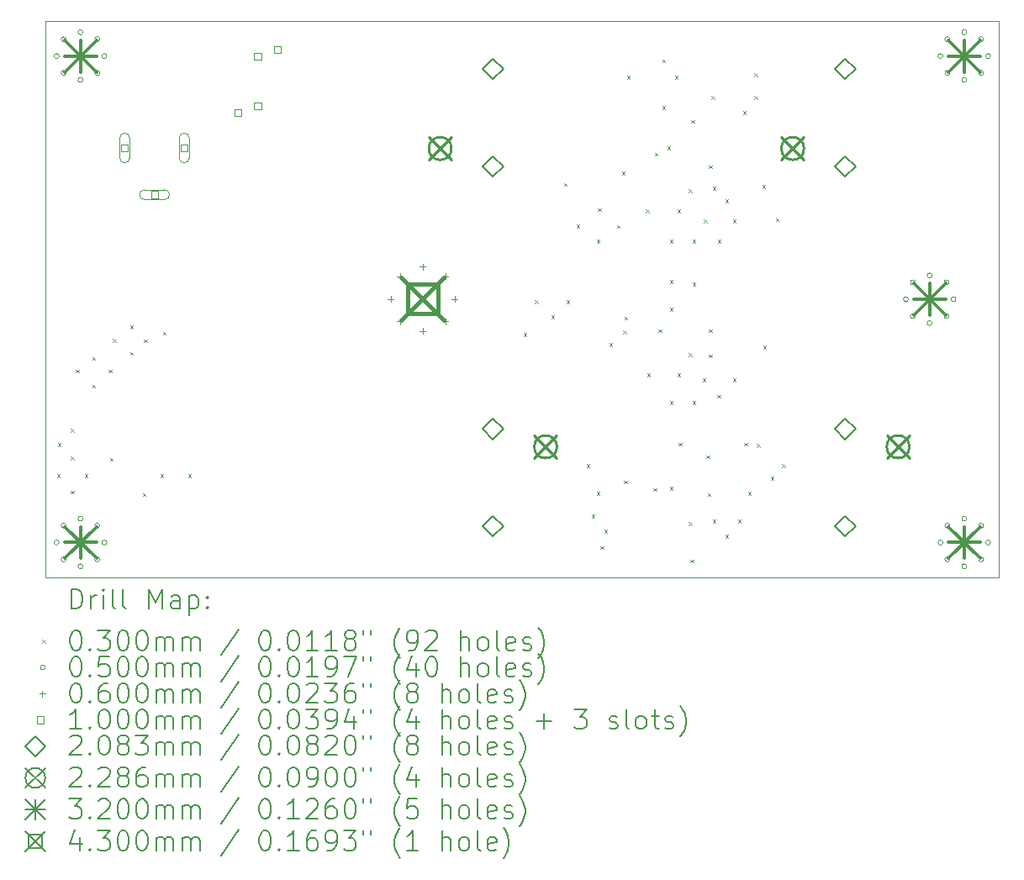
<source format=gbr>
%TF.GenerationSoftware,KiCad,Pcbnew,8.0.3-8.0.3-0~ubuntu22.04.1*%
%TF.CreationDate,2024-07-07T23:08:22+03:00*%
%TF.ProjectId,riaa-preamp,72696161-2d70-4726-9561-6d702e6b6963,rev?*%
%TF.SameCoordinates,Original*%
%TF.FileFunction,Drillmap*%
%TF.FilePolarity,Positive*%
%FSLAX45Y45*%
G04 Gerber Fmt 4.5, Leading zero omitted, Abs format (unit mm)*
G04 Created by KiCad (PCBNEW 8.0.3-8.0.3-0~ubuntu22.04.1) date 2024-07-07 23:08:22*
%MOMM*%
%LPD*%
G01*
G04 APERTURE LIST*
%ADD10C,0.100000*%
%ADD11C,0.200000*%
%ADD12C,0.208280*%
%ADD13C,0.228600*%
%ADD14C,0.320000*%
%ADD15C,0.430000*%
G04 APERTURE END LIST*
D10*
X10000000Y-10000000D02*
X19600000Y-10000000D01*
X19600000Y-15600000D01*
X10000000Y-15600000D01*
X10000000Y-10000000D01*
D11*
D10*
X10111400Y-14563000D02*
X10141400Y-14593000D01*
X10141400Y-14563000D02*
X10111400Y-14593000D01*
X10119600Y-14250000D02*
X10149600Y-14280000D01*
X10149600Y-14250000D02*
X10119600Y-14280000D01*
X10251100Y-14105800D02*
X10281100Y-14135800D01*
X10281100Y-14105800D02*
X10251100Y-14135800D01*
X10251100Y-14385200D02*
X10281100Y-14415200D01*
X10281100Y-14385200D02*
X10251100Y-14415200D01*
X10251100Y-14728100D02*
X10281100Y-14758100D01*
X10281100Y-14728100D02*
X10251100Y-14758100D01*
X10301900Y-13508900D02*
X10331900Y-13538900D01*
X10331900Y-13508900D02*
X10301900Y-13538900D01*
X10390800Y-14563000D02*
X10420800Y-14593000D01*
X10420800Y-14563000D02*
X10390800Y-14593000D01*
X10467000Y-13381900D02*
X10497000Y-13411900D01*
X10497000Y-13381900D02*
X10467000Y-13411900D01*
X10467000Y-13661300D02*
X10497000Y-13691300D01*
X10497000Y-13661300D02*
X10467000Y-13691300D01*
X10632100Y-13508900D02*
X10662100Y-13538900D01*
X10662100Y-13508900D02*
X10632100Y-13538900D01*
X10644800Y-14397900D02*
X10674800Y-14427900D01*
X10674800Y-14397900D02*
X10644800Y-14427900D01*
X10676550Y-13197750D02*
X10706550Y-13227750D01*
X10706550Y-13197750D02*
X10676550Y-13227750D01*
X10848000Y-13064400D02*
X10878000Y-13094400D01*
X10878000Y-13064400D02*
X10848000Y-13094400D01*
X10848000Y-13331100D02*
X10878000Y-13361100D01*
X10878000Y-13331100D02*
X10848000Y-13361100D01*
X10975000Y-14753500D02*
X11005000Y-14783500D01*
X11005000Y-14753500D02*
X10975000Y-14783500D01*
X10987700Y-13204100D02*
X11017700Y-13234100D01*
X11017700Y-13204100D02*
X10987700Y-13234100D01*
X11152800Y-14563000D02*
X11182800Y-14593000D01*
X11182800Y-14563000D02*
X11152800Y-14593000D01*
X11178200Y-13127900D02*
X11208200Y-13157900D01*
X11208200Y-13127900D02*
X11178200Y-13157900D01*
X11432200Y-14563000D02*
X11462200Y-14593000D01*
X11462200Y-14563000D02*
X11432200Y-14593000D01*
X14810400Y-13140600D02*
X14840400Y-13170600D01*
X14840400Y-13140600D02*
X14810400Y-13170600D01*
X14924700Y-12810400D02*
X14954700Y-12840400D01*
X14954700Y-12810400D02*
X14924700Y-12840400D01*
X15089800Y-12962800D02*
X15119800Y-12992800D01*
X15119800Y-12962800D02*
X15089800Y-12992800D01*
X15216800Y-11629300D02*
X15246800Y-11659300D01*
X15246800Y-11629300D02*
X15216800Y-11659300D01*
X15242200Y-12810400D02*
X15272200Y-12840400D01*
X15272200Y-12810400D02*
X15242200Y-12840400D01*
X15343800Y-12048400D02*
X15373800Y-12078400D01*
X15373800Y-12048400D02*
X15343800Y-12078400D01*
X15445400Y-14461400D02*
X15475400Y-14491400D01*
X15475400Y-14461400D02*
X15445400Y-14491400D01*
X15496200Y-14969400D02*
X15526200Y-14999400D01*
X15526200Y-14969400D02*
X15496200Y-14999400D01*
X15547000Y-12200800D02*
X15577000Y-12230800D01*
X15577000Y-12200800D02*
X15547000Y-12230800D01*
X15547000Y-14740800D02*
X15577000Y-14770800D01*
X15577000Y-14740800D02*
X15547000Y-14770800D01*
X15559700Y-11883300D02*
X15589700Y-11913300D01*
X15589700Y-11883300D02*
X15559700Y-11913300D01*
X15585100Y-15286900D02*
X15615100Y-15316900D01*
X15615100Y-15286900D02*
X15585100Y-15316900D01*
X15623200Y-15121800D02*
X15653200Y-15151800D01*
X15653200Y-15121800D02*
X15623200Y-15151800D01*
X15674000Y-13242200D02*
X15704000Y-13272200D01*
X15704000Y-13242200D02*
X15674000Y-13272200D01*
X15750200Y-12052250D02*
X15780200Y-12082250D01*
X15780200Y-12052250D02*
X15750200Y-12082250D01*
X15801000Y-11515000D02*
X15831000Y-11545000D01*
X15831000Y-11515000D02*
X15801000Y-11545000D01*
X15813700Y-13115200D02*
X15843700Y-13145200D01*
X15843700Y-13115200D02*
X15813700Y-13145200D01*
X15824800Y-14626500D02*
X15854800Y-14656500D01*
X15854800Y-14626500D02*
X15824800Y-14656500D01*
X15826400Y-12975500D02*
X15856400Y-13005500D01*
X15856400Y-12975500D02*
X15826400Y-13005500D01*
X15851800Y-10549800D02*
X15881800Y-10579800D01*
X15881800Y-10549800D02*
X15851800Y-10579800D01*
X16042300Y-11896000D02*
X16072300Y-11926000D01*
X16072300Y-11896000D02*
X16042300Y-11926000D01*
X16055000Y-13547000D02*
X16085000Y-13577000D01*
X16085000Y-13547000D02*
X16055000Y-13577000D01*
X16118500Y-14702700D02*
X16148500Y-14732700D01*
X16148500Y-14702700D02*
X16118500Y-14732700D01*
X16131200Y-11324500D02*
X16161200Y-11354500D01*
X16161200Y-11324500D02*
X16131200Y-11354500D01*
X16169300Y-13102500D02*
X16199300Y-13132500D01*
X16199300Y-13102500D02*
X16169300Y-13132500D01*
X16207400Y-10384700D02*
X16237400Y-10414700D01*
X16237400Y-10384700D02*
X16207400Y-10414700D01*
X16207400Y-10854600D02*
X16237400Y-10884600D01*
X16237400Y-10854600D02*
X16207400Y-10884600D01*
X16258200Y-11261000D02*
X16288200Y-11291000D01*
X16288200Y-11261000D02*
X16258200Y-11291000D01*
X16283600Y-12200800D02*
X16313600Y-12230800D01*
X16313600Y-12200800D02*
X16283600Y-12230800D01*
X16283600Y-12607200D02*
X16313600Y-12637200D01*
X16313600Y-12607200D02*
X16283600Y-12637200D01*
X16283600Y-12886600D02*
X16313600Y-12916600D01*
X16313600Y-12886600D02*
X16283600Y-12916600D01*
X16283600Y-13826400D02*
X16313600Y-13856400D01*
X16313600Y-13826400D02*
X16283600Y-13856400D01*
X16283600Y-14690000D02*
X16313600Y-14720000D01*
X16313600Y-14690000D02*
X16283600Y-14720000D01*
X16334400Y-10549800D02*
X16364400Y-10579800D01*
X16364400Y-10549800D02*
X16334400Y-10579800D01*
X16359800Y-11896000D02*
X16389800Y-11926000D01*
X16389800Y-11896000D02*
X16359800Y-11926000D01*
X16359800Y-13547000D02*
X16389800Y-13577000D01*
X16389800Y-13547000D02*
X16359800Y-13577000D01*
X16372500Y-14245500D02*
X16402500Y-14275500D01*
X16402500Y-14245500D02*
X16372500Y-14275500D01*
X16474100Y-11692800D02*
X16504100Y-11722800D01*
X16504100Y-11692800D02*
X16474100Y-11722800D01*
X16474100Y-13343800D02*
X16504100Y-13373800D01*
X16504100Y-13343800D02*
X16474100Y-13373800D01*
X16474100Y-15045600D02*
X16504100Y-15075600D01*
X16504100Y-15045600D02*
X16474100Y-15075600D01*
X16493150Y-15420250D02*
X16523150Y-15450250D01*
X16523150Y-15420250D02*
X16493150Y-15450250D01*
X16499500Y-10994300D02*
X16529500Y-11024300D01*
X16529500Y-10994300D02*
X16499500Y-11024300D01*
X16512200Y-12200800D02*
X16542200Y-12230800D01*
X16542200Y-12200800D02*
X16512200Y-12230800D01*
X16512200Y-12632600D02*
X16542200Y-12662600D01*
X16542200Y-12632600D02*
X16512200Y-12662600D01*
X16512200Y-13826400D02*
X16542200Y-13856400D01*
X16542200Y-13826400D02*
X16512200Y-13856400D01*
X16613800Y-13597800D02*
X16643800Y-13627800D01*
X16643800Y-13597800D02*
X16613800Y-13627800D01*
X16626500Y-11997600D02*
X16656500Y-12027600D01*
X16656500Y-11997600D02*
X16626500Y-12027600D01*
X16651900Y-14372500D02*
X16681900Y-14402500D01*
X16681900Y-14372500D02*
X16651900Y-14402500D01*
X16664600Y-14753500D02*
X16694600Y-14783500D01*
X16694600Y-14753500D02*
X16664600Y-14783500D01*
X16677300Y-11451500D02*
X16707300Y-11481500D01*
X16707300Y-11451500D02*
X16677300Y-11481500D01*
X16677300Y-13102500D02*
X16707300Y-13132500D01*
X16707300Y-13102500D02*
X16677300Y-13132500D01*
X16677300Y-13356500D02*
X16707300Y-13386500D01*
X16707300Y-13356500D02*
X16677300Y-13386500D01*
X16702700Y-10753000D02*
X16732700Y-10783000D01*
X16732700Y-10753000D02*
X16702700Y-10783000D01*
X16715400Y-11667400D02*
X16745400Y-11697400D01*
X16745400Y-11667400D02*
X16715400Y-11697400D01*
X16715400Y-15020200D02*
X16745400Y-15050200D01*
X16745400Y-15020200D02*
X16715400Y-15050200D01*
X16762350Y-13762900D02*
X16792350Y-13792900D01*
X16792350Y-13762900D02*
X16762350Y-13792900D01*
X16766200Y-12200800D02*
X16796200Y-12230800D01*
X16796200Y-12200800D02*
X16766200Y-12230800D01*
X16842400Y-11794400D02*
X16872400Y-11824400D01*
X16872400Y-11794400D02*
X16842400Y-11824400D01*
X16842400Y-15172600D02*
X16872400Y-15202600D01*
X16872400Y-15172600D02*
X16842400Y-15202600D01*
X16918600Y-11997600D02*
X16948600Y-12027600D01*
X16948600Y-11997600D02*
X16918600Y-12027600D01*
X16918600Y-13597800D02*
X16948600Y-13627800D01*
X16948600Y-13597800D02*
X16918600Y-13627800D01*
X16969400Y-15020200D02*
X16999400Y-15050200D01*
X16999400Y-15020200D02*
X16969400Y-15050200D01*
X17020200Y-10905400D02*
X17050200Y-10935400D01*
X17050200Y-10905400D02*
X17020200Y-10935400D01*
X17032900Y-14245500D02*
X17062900Y-14275500D01*
X17062900Y-14245500D02*
X17032900Y-14275500D01*
X17071000Y-14740800D02*
X17101000Y-14770800D01*
X17101000Y-14740800D02*
X17071000Y-14770800D01*
X17134500Y-10524400D02*
X17164500Y-10554400D01*
X17164500Y-10524400D02*
X17134500Y-10554400D01*
X17134500Y-10753000D02*
X17164500Y-10783000D01*
X17164500Y-10753000D02*
X17134500Y-10783000D01*
X17159900Y-14258200D02*
X17189900Y-14288200D01*
X17189900Y-14258200D02*
X17159900Y-14288200D01*
X17217631Y-11647769D02*
X17247631Y-11677769D01*
X17247631Y-11647769D02*
X17217631Y-11677769D01*
X17223400Y-13267600D02*
X17253400Y-13297600D01*
X17253400Y-13267600D02*
X17223400Y-13297600D01*
X17299600Y-14588400D02*
X17329600Y-14618400D01*
X17329600Y-14588400D02*
X17299600Y-14618400D01*
X17350400Y-11984900D02*
X17380400Y-12014900D01*
X17380400Y-11984900D02*
X17350400Y-12014900D01*
X17413900Y-14461400D02*
X17443900Y-14491400D01*
X17443900Y-14461400D02*
X17413900Y-14491400D01*
X10135000Y-10350000D02*
G75*
G02*
X10085000Y-10350000I-25000J0D01*
G01*
X10085000Y-10350000D02*
G75*
G02*
X10135000Y-10350000I25000J0D01*
G01*
X10135000Y-15250000D02*
G75*
G02*
X10085000Y-15250000I-25000J0D01*
G01*
X10085000Y-15250000D02*
G75*
G02*
X10135000Y-15250000I25000J0D01*
G01*
X10205294Y-10180294D02*
G75*
G02*
X10155294Y-10180294I-25000J0D01*
G01*
X10155294Y-10180294D02*
G75*
G02*
X10205294Y-10180294I25000J0D01*
G01*
X10205294Y-10519706D02*
G75*
G02*
X10155294Y-10519706I-25000J0D01*
G01*
X10155294Y-10519706D02*
G75*
G02*
X10205294Y-10519706I25000J0D01*
G01*
X10205294Y-15080294D02*
G75*
G02*
X10155294Y-15080294I-25000J0D01*
G01*
X10155294Y-15080294D02*
G75*
G02*
X10205294Y-15080294I25000J0D01*
G01*
X10205294Y-15419706D02*
G75*
G02*
X10155294Y-15419706I-25000J0D01*
G01*
X10155294Y-15419706D02*
G75*
G02*
X10205294Y-15419706I25000J0D01*
G01*
X10375000Y-10110000D02*
G75*
G02*
X10325000Y-10110000I-25000J0D01*
G01*
X10325000Y-10110000D02*
G75*
G02*
X10375000Y-10110000I25000J0D01*
G01*
X10375000Y-10590000D02*
G75*
G02*
X10325000Y-10590000I-25000J0D01*
G01*
X10325000Y-10590000D02*
G75*
G02*
X10375000Y-10590000I25000J0D01*
G01*
X10375000Y-15010000D02*
G75*
G02*
X10325000Y-15010000I-25000J0D01*
G01*
X10325000Y-15010000D02*
G75*
G02*
X10375000Y-15010000I25000J0D01*
G01*
X10375000Y-15490000D02*
G75*
G02*
X10325000Y-15490000I-25000J0D01*
G01*
X10325000Y-15490000D02*
G75*
G02*
X10375000Y-15490000I25000J0D01*
G01*
X10544706Y-10180294D02*
G75*
G02*
X10494706Y-10180294I-25000J0D01*
G01*
X10494706Y-10180294D02*
G75*
G02*
X10544706Y-10180294I25000J0D01*
G01*
X10544706Y-10519706D02*
G75*
G02*
X10494706Y-10519706I-25000J0D01*
G01*
X10494706Y-10519706D02*
G75*
G02*
X10544706Y-10519706I25000J0D01*
G01*
X10544706Y-15080294D02*
G75*
G02*
X10494706Y-15080294I-25000J0D01*
G01*
X10494706Y-15080294D02*
G75*
G02*
X10544706Y-15080294I25000J0D01*
G01*
X10544706Y-15419706D02*
G75*
G02*
X10494706Y-15419706I-25000J0D01*
G01*
X10494706Y-15419706D02*
G75*
G02*
X10544706Y-15419706I25000J0D01*
G01*
X10615000Y-10350000D02*
G75*
G02*
X10565000Y-10350000I-25000J0D01*
G01*
X10565000Y-10350000D02*
G75*
G02*
X10615000Y-10350000I25000J0D01*
G01*
X10615000Y-15250000D02*
G75*
G02*
X10565000Y-15250000I-25000J0D01*
G01*
X10565000Y-15250000D02*
G75*
G02*
X10615000Y-15250000I25000J0D01*
G01*
X18687100Y-12800000D02*
G75*
G02*
X18637100Y-12800000I-25000J0D01*
G01*
X18637100Y-12800000D02*
G75*
G02*
X18687100Y-12800000I25000J0D01*
G01*
X18757394Y-12630294D02*
G75*
G02*
X18707394Y-12630294I-25000J0D01*
G01*
X18707394Y-12630294D02*
G75*
G02*
X18757394Y-12630294I25000J0D01*
G01*
X18757394Y-12969706D02*
G75*
G02*
X18707394Y-12969706I-25000J0D01*
G01*
X18707394Y-12969706D02*
G75*
G02*
X18757394Y-12969706I25000J0D01*
G01*
X18927100Y-12560000D02*
G75*
G02*
X18877100Y-12560000I-25000J0D01*
G01*
X18877100Y-12560000D02*
G75*
G02*
X18927100Y-12560000I25000J0D01*
G01*
X18927100Y-13040000D02*
G75*
G02*
X18877100Y-13040000I-25000J0D01*
G01*
X18877100Y-13040000D02*
G75*
G02*
X18927100Y-13040000I25000J0D01*
G01*
X19035000Y-10350000D02*
G75*
G02*
X18985000Y-10350000I-25000J0D01*
G01*
X18985000Y-10350000D02*
G75*
G02*
X19035000Y-10350000I25000J0D01*
G01*
X19035000Y-15250000D02*
G75*
G02*
X18985000Y-15250000I-25000J0D01*
G01*
X18985000Y-15250000D02*
G75*
G02*
X19035000Y-15250000I25000J0D01*
G01*
X19096806Y-12630294D02*
G75*
G02*
X19046806Y-12630294I-25000J0D01*
G01*
X19046806Y-12630294D02*
G75*
G02*
X19096806Y-12630294I25000J0D01*
G01*
X19096806Y-12969706D02*
G75*
G02*
X19046806Y-12969706I-25000J0D01*
G01*
X19046806Y-12969706D02*
G75*
G02*
X19096806Y-12969706I25000J0D01*
G01*
X19105294Y-10180294D02*
G75*
G02*
X19055294Y-10180294I-25000J0D01*
G01*
X19055294Y-10180294D02*
G75*
G02*
X19105294Y-10180294I25000J0D01*
G01*
X19105294Y-10519706D02*
G75*
G02*
X19055294Y-10519706I-25000J0D01*
G01*
X19055294Y-10519706D02*
G75*
G02*
X19105294Y-10519706I25000J0D01*
G01*
X19105294Y-15080294D02*
G75*
G02*
X19055294Y-15080294I-25000J0D01*
G01*
X19055294Y-15080294D02*
G75*
G02*
X19105294Y-15080294I25000J0D01*
G01*
X19105294Y-15419706D02*
G75*
G02*
X19055294Y-15419706I-25000J0D01*
G01*
X19055294Y-15419706D02*
G75*
G02*
X19105294Y-15419706I25000J0D01*
G01*
X19167100Y-12800000D02*
G75*
G02*
X19117100Y-12800000I-25000J0D01*
G01*
X19117100Y-12800000D02*
G75*
G02*
X19167100Y-12800000I25000J0D01*
G01*
X19275000Y-10110000D02*
G75*
G02*
X19225000Y-10110000I-25000J0D01*
G01*
X19225000Y-10110000D02*
G75*
G02*
X19275000Y-10110000I25000J0D01*
G01*
X19275000Y-10590000D02*
G75*
G02*
X19225000Y-10590000I-25000J0D01*
G01*
X19225000Y-10590000D02*
G75*
G02*
X19275000Y-10590000I25000J0D01*
G01*
X19275000Y-15010000D02*
G75*
G02*
X19225000Y-15010000I-25000J0D01*
G01*
X19225000Y-15010000D02*
G75*
G02*
X19275000Y-15010000I25000J0D01*
G01*
X19275000Y-15490000D02*
G75*
G02*
X19225000Y-15490000I-25000J0D01*
G01*
X19225000Y-15490000D02*
G75*
G02*
X19275000Y-15490000I25000J0D01*
G01*
X19444706Y-10180294D02*
G75*
G02*
X19394706Y-10180294I-25000J0D01*
G01*
X19394706Y-10180294D02*
G75*
G02*
X19444706Y-10180294I25000J0D01*
G01*
X19444706Y-10519706D02*
G75*
G02*
X19394706Y-10519706I-25000J0D01*
G01*
X19394706Y-10519706D02*
G75*
G02*
X19444706Y-10519706I25000J0D01*
G01*
X19444706Y-15080294D02*
G75*
G02*
X19394706Y-15080294I-25000J0D01*
G01*
X19394706Y-15080294D02*
G75*
G02*
X19444706Y-15080294I25000J0D01*
G01*
X19444706Y-15419706D02*
G75*
G02*
X19394706Y-15419706I-25000J0D01*
G01*
X19394706Y-15419706D02*
G75*
G02*
X19444706Y-15419706I25000J0D01*
G01*
X19515000Y-10350000D02*
G75*
G02*
X19465000Y-10350000I-25000J0D01*
G01*
X19465000Y-10350000D02*
G75*
G02*
X19515000Y-10350000I25000J0D01*
G01*
X19515000Y-15250000D02*
G75*
G02*
X19465000Y-15250000I-25000J0D01*
G01*
X19465000Y-15250000D02*
G75*
G02*
X19515000Y-15250000I25000J0D01*
G01*
X13474200Y-12765394D02*
X13474200Y-12825394D01*
X13444200Y-12795394D02*
X13504200Y-12795394D01*
X13568658Y-12537352D02*
X13568658Y-12597352D01*
X13538658Y-12567352D02*
X13598658Y-12567352D01*
X13568658Y-12993436D02*
X13568658Y-13053436D01*
X13538658Y-13023436D02*
X13598658Y-13023436D01*
X13796700Y-12442894D02*
X13796700Y-12502894D01*
X13766700Y-12472894D02*
X13826700Y-12472894D01*
X13796700Y-13087894D02*
X13796700Y-13147894D01*
X13766700Y-13117894D02*
X13826700Y-13117894D01*
X14024742Y-12537352D02*
X14024742Y-12597352D01*
X13994742Y-12567352D02*
X14054742Y-12567352D01*
X14024742Y-12993436D02*
X14024742Y-13053436D01*
X13994742Y-13023436D02*
X14054742Y-13023436D01*
X14119200Y-12765394D02*
X14119200Y-12825394D01*
X14089200Y-12795394D02*
X14149200Y-12795394D01*
X10830356Y-11311356D02*
X10830356Y-11240644D01*
X10759644Y-11240644D01*
X10759644Y-11311356D01*
X10830356Y-11311356D01*
X10745000Y-11176000D02*
X10745000Y-11376000D01*
X10845000Y-11376000D02*
G75*
G02*
X10745000Y-11376000I-50000J0D01*
G01*
X10845000Y-11376000D02*
X10845000Y-11176000D01*
X10845000Y-11176000D02*
G75*
G03*
X10745000Y-11176000I-50000J0D01*
G01*
X11130356Y-11781356D02*
X11130356Y-11710644D01*
X11059644Y-11710644D01*
X11059644Y-11781356D01*
X11130356Y-11781356D01*
X10995000Y-11796000D02*
X11195000Y-11796000D01*
X11195000Y-11696000D02*
G75*
G02*
X11195000Y-11796000I0J-50000D01*
G01*
X11195000Y-11696000D02*
X10995000Y-11696000D01*
X10995000Y-11696000D02*
G75*
G03*
X10995000Y-11796000I0J-50000D01*
G01*
X11430356Y-11311356D02*
X11430356Y-11240644D01*
X11359644Y-11240644D01*
X11359644Y-11311356D01*
X11430356Y-11311356D01*
X11345000Y-11176000D02*
X11345000Y-11376000D01*
X11445000Y-11376000D02*
G75*
G02*
X11345000Y-11376000I-50000J0D01*
G01*
X11445000Y-11376000D02*
X11445000Y-11176000D01*
X11445000Y-11176000D02*
G75*
G03*
X11345000Y-11176000I-50000J0D01*
G01*
X11968356Y-10953738D02*
X11968356Y-10883026D01*
X11897644Y-10883026D01*
X11897644Y-10953738D01*
X11968356Y-10953738D01*
X12168356Y-10386523D02*
X12168356Y-10315812D01*
X12097644Y-10315812D01*
X12097644Y-10386523D01*
X12168356Y-10386523D01*
X12168356Y-10886523D02*
X12168356Y-10815812D01*
X12097644Y-10815812D01*
X12097644Y-10886523D01*
X12168356Y-10886523D01*
X12368356Y-10319309D02*
X12368356Y-10248598D01*
X12297644Y-10248598D01*
X12297644Y-10319309D01*
X12368356Y-10319309D01*
D12*
X14502820Y-10585120D02*
X14606960Y-10480980D01*
X14502820Y-10376840D01*
X14398680Y-10480980D01*
X14502820Y-10585120D01*
X14502820Y-11565560D02*
X14606960Y-11461420D01*
X14502820Y-11357280D01*
X14398680Y-11461420D01*
X14502820Y-11565560D01*
X14502820Y-14209700D02*
X14606960Y-14105560D01*
X14502820Y-14001420D01*
X14398680Y-14105560D01*
X14502820Y-14209700D01*
X14502820Y-15190140D02*
X14606960Y-15086000D01*
X14502820Y-14981860D01*
X14398680Y-15086000D01*
X14502820Y-15190140D01*
X18052470Y-10585120D02*
X18156610Y-10480980D01*
X18052470Y-10376840D01*
X17948330Y-10480980D01*
X18052470Y-10585120D01*
X18052470Y-11565560D02*
X18156610Y-11461420D01*
X18052470Y-11357280D01*
X17948330Y-11461420D01*
X18052470Y-11565560D01*
X18052470Y-14209700D02*
X18156610Y-14105560D01*
X18052470Y-14001420D01*
X17948330Y-14105560D01*
X18052470Y-14209700D01*
X18052470Y-15190140D02*
X18156610Y-15086000D01*
X18052470Y-14981860D01*
X17948330Y-15086000D01*
X18052470Y-15190140D01*
D13*
X13857660Y-11166780D02*
X14086260Y-11395380D01*
X14086260Y-11166780D02*
X13857660Y-11395380D01*
X14086260Y-11281080D02*
G75*
G02*
X13857660Y-11281080I-114300J0D01*
G01*
X13857660Y-11281080D02*
G75*
G02*
X14086260Y-11281080I114300J0D01*
G01*
X14919380Y-14171600D02*
X15147980Y-14400200D01*
X15147980Y-14171600D02*
X14919380Y-14400200D01*
X15147980Y-14285900D02*
G75*
G02*
X14919380Y-14285900I-114300J0D01*
G01*
X14919380Y-14285900D02*
G75*
G02*
X15147980Y-14285900I114300J0D01*
G01*
X17407310Y-11166780D02*
X17635910Y-11395380D01*
X17635910Y-11166780D02*
X17407310Y-11395380D01*
X17635910Y-11281080D02*
G75*
G02*
X17407310Y-11281080I-114300J0D01*
G01*
X17407310Y-11281080D02*
G75*
G02*
X17635910Y-11281080I114300J0D01*
G01*
X18469030Y-14171600D02*
X18697630Y-14400200D01*
X18697630Y-14171600D02*
X18469030Y-14400200D01*
X18697630Y-14285900D02*
G75*
G02*
X18469030Y-14285900I-114300J0D01*
G01*
X18469030Y-14285900D02*
G75*
G02*
X18697630Y-14285900I114300J0D01*
G01*
D14*
X10190000Y-10190000D02*
X10510000Y-10510000D01*
X10510000Y-10190000D02*
X10190000Y-10510000D01*
X10350000Y-10190000D02*
X10350000Y-10510000D01*
X10190000Y-10350000D02*
X10510000Y-10350000D01*
X10190000Y-15090000D02*
X10510000Y-15410000D01*
X10510000Y-15090000D02*
X10190000Y-15410000D01*
X10350000Y-15090000D02*
X10350000Y-15410000D01*
X10190000Y-15250000D02*
X10510000Y-15250000D01*
X18742100Y-12640000D02*
X19062100Y-12960000D01*
X19062100Y-12640000D02*
X18742100Y-12960000D01*
X18902100Y-12640000D02*
X18902100Y-12960000D01*
X18742100Y-12800000D02*
X19062100Y-12800000D01*
X19090000Y-10190000D02*
X19410000Y-10510000D01*
X19410000Y-10190000D02*
X19090000Y-10510000D01*
X19250000Y-10190000D02*
X19250000Y-10510000D01*
X19090000Y-10350000D02*
X19410000Y-10350000D01*
X19090000Y-15090000D02*
X19410000Y-15410000D01*
X19410000Y-15090000D02*
X19090000Y-15410000D01*
X19250000Y-15090000D02*
X19250000Y-15410000D01*
X19090000Y-15250000D02*
X19410000Y-15250000D01*
D15*
X13581700Y-12580394D02*
X14011700Y-13010394D01*
X14011700Y-12580394D02*
X13581700Y-13010394D01*
X13948729Y-12947424D02*
X13948729Y-12643365D01*
X13644671Y-12643365D01*
X13644671Y-12947424D01*
X13948729Y-12947424D01*
D11*
X10255777Y-15916484D02*
X10255777Y-15716484D01*
X10255777Y-15716484D02*
X10303396Y-15716484D01*
X10303396Y-15716484D02*
X10331967Y-15726008D01*
X10331967Y-15726008D02*
X10351015Y-15745055D01*
X10351015Y-15745055D02*
X10360539Y-15764103D01*
X10360539Y-15764103D02*
X10370063Y-15802198D01*
X10370063Y-15802198D02*
X10370063Y-15830769D01*
X10370063Y-15830769D02*
X10360539Y-15868865D01*
X10360539Y-15868865D02*
X10351015Y-15887912D01*
X10351015Y-15887912D02*
X10331967Y-15906960D01*
X10331967Y-15906960D02*
X10303396Y-15916484D01*
X10303396Y-15916484D02*
X10255777Y-15916484D01*
X10455777Y-15916484D02*
X10455777Y-15783150D01*
X10455777Y-15821246D02*
X10465301Y-15802198D01*
X10465301Y-15802198D02*
X10474824Y-15792674D01*
X10474824Y-15792674D02*
X10493872Y-15783150D01*
X10493872Y-15783150D02*
X10512920Y-15783150D01*
X10579586Y-15916484D02*
X10579586Y-15783150D01*
X10579586Y-15716484D02*
X10570063Y-15726008D01*
X10570063Y-15726008D02*
X10579586Y-15735531D01*
X10579586Y-15735531D02*
X10589110Y-15726008D01*
X10589110Y-15726008D02*
X10579586Y-15716484D01*
X10579586Y-15716484D02*
X10579586Y-15735531D01*
X10703396Y-15916484D02*
X10684348Y-15906960D01*
X10684348Y-15906960D02*
X10674824Y-15887912D01*
X10674824Y-15887912D02*
X10674824Y-15716484D01*
X10808158Y-15916484D02*
X10789110Y-15906960D01*
X10789110Y-15906960D02*
X10779586Y-15887912D01*
X10779586Y-15887912D02*
X10779586Y-15716484D01*
X11036729Y-15916484D02*
X11036729Y-15716484D01*
X11036729Y-15716484D02*
X11103396Y-15859341D01*
X11103396Y-15859341D02*
X11170063Y-15716484D01*
X11170063Y-15716484D02*
X11170063Y-15916484D01*
X11351015Y-15916484D02*
X11351015Y-15811722D01*
X11351015Y-15811722D02*
X11341491Y-15792674D01*
X11341491Y-15792674D02*
X11322443Y-15783150D01*
X11322443Y-15783150D02*
X11284348Y-15783150D01*
X11284348Y-15783150D02*
X11265301Y-15792674D01*
X11351015Y-15906960D02*
X11331967Y-15916484D01*
X11331967Y-15916484D02*
X11284348Y-15916484D01*
X11284348Y-15916484D02*
X11265301Y-15906960D01*
X11265301Y-15906960D02*
X11255777Y-15887912D01*
X11255777Y-15887912D02*
X11255777Y-15868865D01*
X11255777Y-15868865D02*
X11265301Y-15849817D01*
X11265301Y-15849817D02*
X11284348Y-15840293D01*
X11284348Y-15840293D02*
X11331967Y-15840293D01*
X11331967Y-15840293D02*
X11351015Y-15830769D01*
X11446253Y-15783150D02*
X11446253Y-15983150D01*
X11446253Y-15792674D02*
X11465301Y-15783150D01*
X11465301Y-15783150D02*
X11503396Y-15783150D01*
X11503396Y-15783150D02*
X11522443Y-15792674D01*
X11522443Y-15792674D02*
X11531967Y-15802198D01*
X11531967Y-15802198D02*
X11541491Y-15821246D01*
X11541491Y-15821246D02*
X11541491Y-15878388D01*
X11541491Y-15878388D02*
X11531967Y-15897436D01*
X11531967Y-15897436D02*
X11522443Y-15906960D01*
X11522443Y-15906960D02*
X11503396Y-15916484D01*
X11503396Y-15916484D02*
X11465301Y-15916484D01*
X11465301Y-15916484D02*
X11446253Y-15906960D01*
X11627205Y-15897436D02*
X11636729Y-15906960D01*
X11636729Y-15906960D02*
X11627205Y-15916484D01*
X11627205Y-15916484D02*
X11617682Y-15906960D01*
X11617682Y-15906960D02*
X11627205Y-15897436D01*
X11627205Y-15897436D02*
X11627205Y-15916484D01*
X11627205Y-15792674D02*
X11636729Y-15802198D01*
X11636729Y-15802198D02*
X11627205Y-15811722D01*
X11627205Y-15811722D02*
X11617682Y-15802198D01*
X11617682Y-15802198D02*
X11627205Y-15792674D01*
X11627205Y-15792674D02*
X11627205Y-15811722D01*
D10*
X9965000Y-16230000D02*
X9995000Y-16260000D01*
X9995000Y-16230000D02*
X9965000Y-16260000D01*
D11*
X10293872Y-16136484D02*
X10312920Y-16136484D01*
X10312920Y-16136484D02*
X10331967Y-16146008D01*
X10331967Y-16146008D02*
X10341491Y-16155531D01*
X10341491Y-16155531D02*
X10351015Y-16174579D01*
X10351015Y-16174579D02*
X10360539Y-16212674D01*
X10360539Y-16212674D02*
X10360539Y-16260293D01*
X10360539Y-16260293D02*
X10351015Y-16298388D01*
X10351015Y-16298388D02*
X10341491Y-16317436D01*
X10341491Y-16317436D02*
X10331967Y-16326960D01*
X10331967Y-16326960D02*
X10312920Y-16336484D01*
X10312920Y-16336484D02*
X10293872Y-16336484D01*
X10293872Y-16336484D02*
X10274824Y-16326960D01*
X10274824Y-16326960D02*
X10265301Y-16317436D01*
X10265301Y-16317436D02*
X10255777Y-16298388D01*
X10255777Y-16298388D02*
X10246253Y-16260293D01*
X10246253Y-16260293D02*
X10246253Y-16212674D01*
X10246253Y-16212674D02*
X10255777Y-16174579D01*
X10255777Y-16174579D02*
X10265301Y-16155531D01*
X10265301Y-16155531D02*
X10274824Y-16146008D01*
X10274824Y-16146008D02*
X10293872Y-16136484D01*
X10446253Y-16317436D02*
X10455777Y-16326960D01*
X10455777Y-16326960D02*
X10446253Y-16336484D01*
X10446253Y-16336484D02*
X10436729Y-16326960D01*
X10436729Y-16326960D02*
X10446253Y-16317436D01*
X10446253Y-16317436D02*
X10446253Y-16336484D01*
X10522444Y-16136484D02*
X10646253Y-16136484D01*
X10646253Y-16136484D02*
X10579586Y-16212674D01*
X10579586Y-16212674D02*
X10608158Y-16212674D01*
X10608158Y-16212674D02*
X10627205Y-16222198D01*
X10627205Y-16222198D02*
X10636729Y-16231722D01*
X10636729Y-16231722D02*
X10646253Y-16250769D01*
X10646253Y-16250769D02*
X10646253Y-16298388D01*
X10646253Y-16298388D02*
X10636729Y-16317436D01*
X10636729Y-16317436D02*
X10627205Y-16326960D01*
X10627205Y-16326960D02*
X10608158Y-16336484D01*
X10608158Y-16336484D02*
X10551015Y-16336484D01*
X10551015Y-16336484D02*
X10531967Y-16326960D01*
X10531967Y-16326960D02*
X10522444Y-16317436D01*
X10770063Y-16136484D02*
X10789110Y-16136484D01*
X10789110Y-16136484D02*
X10808158Y-16146008D01*
X10808158Y-16146008D02*
X10817682Y-16155531D01*
X10817682Y-16155531D02*
X10827205Y-16174579D01*
X10827205Y-16174579D02*
X10836729Y-16212674D01*
X10836729Y-16212674D02*
X10836729Y-16260293D01*
X10836729Y-16260293D02*
X10827205Y-16298388D01*
X10827205Y-16298388D02*
X10817682Y-16317436D01*
X10817682Y-16317436D02*
X10808158Y-16326960D01*
X10808158Y-16326960D02*
X10789110Y-16336484D01*
X10789110Y-16336484D02*
X10770063Y-16336484D01*
X10770063Y-16336484D02*
X10751015Y-16326960D01*
X10751015Y-16326960D02*
X10741491Y-16317436D01*
X10741491Y-16317436D02*
X10731967Y-16298388D01*
X10731967Y-16298388D02*
X10722444Y-16260293D01*
X10722444Y-16260293D02*
X10722444Y-16212674D01*
X10722444Y-16212674D02*
X10731967Y-16174579D01*
X10731967Y-16174579D02*
X10741491Y-16155531D01*
X10741491Y-16155531D02*
X10751015Y-16146008D01*
X10751015Y-16146008D02*
X10770063Y-16136484D01*
X10960539Y-16136484D02*
X10979586Y-16136484D01*
X10979586Y-16136484D02*
X10998634Y-16146008D01*
X10998634Y-16146008D02*
X11008158Y-16155531D01*
X11008158Y-16155531D02*
X11017682Y-16174579D01*
X11017682Y-16174579D02*
X11027205Y-16212674D01*
X11027205Y-16212674D02*
X11027205Y-16260293D01*
X11027205Y-16260293D02*
X11017682Y-16298388D01*
X11017682Y-16298388D02*
X11008158Y-16317436D01*
X11008158Y-16317436D02*
X10998634Y-16326960D01*
X10998634Y-16326960D02*
X10979586Y-16336484D01*
X10979586Y-16336484D02*
X10960539Y-16336484D01*
X10960539Y-16336484D02*
X10941491Y-16326960D01*
X10941491Y-16326960D02*
X10931967Y-16317436D01*
X10931967Y-16317436D02*
X10922444Y-16298388D01*
X10922444Y-16298388D02*
X10912920Y-16260293D01*
X10912920Y-16260293D02*
X10912920Y-16212674D01*
X10912920Y-16212674D02*
X10922444Y-16174579D01*
X10922444Y-16174579D02*
X10931967Y-16155531D01*
X10931967Y-16155531D02*
X10941491Y-16146008D01*
X10941491Y-16146008D02*
X10960539Y-16136484D01*
X11112920Y-16336484D02*
X11112920Y-16203150D01*
X11112920Y-16222198D02*
X11122444Y-16212674D01*
X11122444Y-16212674D02*
X11141491Y-16203150D01*
X11141491Y-16203150D02*
X11170063Y-16203150D01*
X11170063Y-16203150D02*
X11189110Y-16212674D01*
X11189110Y-16212674D02*
X11198634Y-16231722D01*
X11198634Y-16231722D02*
X11198634Y-16336484D01*
X11198634Y-16231722D02*
X11208158Y-16212674D01*
X11208158Y-16212674D02*
X11227205Y-16203150D01*
X11227205Y-16203150D02*
X11255777Y-16203150D01*
X11255777Y-16203150D02*
X11274824Y-16212674D01*
X11274824Y-16212674D02*
X11284348Y-16231722D01*
X11284348Y-16231722D02*
X11284348Y-16336484D01*
X11379586Y-16336484D02*
X11379586Y-16203150D01*
X11379586Y-16222198D02*
X11389110Y-16212674D01*
X11389110Y-16212674D02*
X11408158Y-16203150D01*
X11408158Y-16203150D02*
X11436729Y-16203150D01*
X11436729Y-16203150D02*
X11455777Y-16212674D01*
X11455777Y-16212674D02*
X11465301Y-16231722D01*
X11465301Y-16231722D02*
X11465301Y-16336484D01*
X11465301Y-16231722D02*
X11474824Y-16212674D01*
X11474824Y-16212674D02*
X11493872Y-16203150D01*
X11493872Y-16203150D02*
X11522443Y-16203150D01*
X11522443Y-16203150D02*
X11541491Y-16212674D01*
X11541491Y-16212674D02*
X11551015Y-16231722D01*
X11551015Y-16231722D02*
X11551015Y-16336484D01*
X11941491Y-16126960D02*
X11770063Y-16384103D01*
X12198634Y-16136484D02*
X12217682Y-16136484D01*
X12217682Y-16136484D02*
X12236729Y-16146008D01*
X12236729Y-16146008D02*
X12246253Y-16155531D01*
X12246253Y-16155531D02*
X12255777Y-16174579D01*
X12255777Y-16174579D02*
X12265301Y-16212674D01*
X12265301Y-16212674D02*
X12265301Y-16260293D01*
X12265301Y-16260293D02*
X12255777Y-16298388D01*
X12255777Y-16298388D02*
X12246253Y-16317436D01*
X12246253Y-16317436D02*
X12236729Y-16326960D01*
X12236729Y-16326960D02*
X12217682Y-16336484D01*
X12217682Y-16336484D02*
X12198634Y-16336484D01*
X12198634Y-16336484D02*
X12179586Y-16326960D01*
X12179586Y-16326960D02*
X12170063Y-16317436D01*
X12170063Y-16317436D02*
X12160539Y-16298388D01*
X12160539Y-16298388D02*
X12151015Y-16260293D01*
X12151015Y-16260293D02*
X12151015Y-16212674D01*
X12151015Y-16212674D02*
X12160539Y-16174579D01*
X12160539Y-16174579D02*
X12170063Y-16155531D01*
X12170063Y-16155531D02*
X12179586Y-16146008D01*
X12179586Y-16146008D02*
X12198634Y-16136484D01*
X12351015Y-16317436D02*
X12360539Y-16326960D01*
X12360539Y-16326960D02*
X12351015Y-16336484D01*
X12351015Y-16336484D02*
X12341491Y-16326960D01*
X12341491Y-16326960D02*
X12351015Y-16317436D01*
X12351015Y-16317436D02*
X12351015Y-16336484D01*
X12484348Y-16136484D02*
X12503396Y-16136484D01*
X12503396Y-16136484D02*
X12522444Y-16146008D01*
X12522444Y-16146008D02*
X12531967Y-16155531D01*
X12531967Y-16155531D02*
X12541491Y-16174579D01*
X12541491Y-16174579D02*
X12551015Y-16212674D01*
X12551015Y-16212674D02*
X12551015Y-16260293D01*
X12551015Y-16260293D02*
X12541491Y-16298388D01*
X12541491Y-16298388D02*
X12531967Y-16317436D01*
X12531967Y-16317436D02*
X12522444Y-16326960D01*
X12522444Y-16326960D02*
X12503396Y-16336484D01*
X12503396Y-16336484D02*
X12484348Y-16336484D01*
X12484348Y-16336484D02*
X12465301Y-16326960D01*
X12465301Y-16326960D02*
X12455777Y-16317436D01*
X12455777Y-16317436D02*
X12446253Y-16298388D01*
X12446253Y-16298388D02*
X12436729Y-16260293D01*
X12436729Y-16260293D02*
X12436729Y-16212674D01*
X12436729Y-16212674D02*
X12446253Y-16174579D01*
X12446253Y-16174579D02*
X12455777Y-16155531D01*
X12455777Y-16155531D02*
X12465301Y-16146008D01*
X12465301Y-16146008D02*
X12484348Y-16136484D01*
X12741491Y-16336484D02*
X12627206Y-16336484D01*
X12684348Y-16336484D02*
X12684348Y-16136484D01*
X12684348Y-16136484D02*
X12665301Y-16165055D01*
X12665301Y-16165055D02*
X12646253Y-16184103D01*
X12646253Y-16184103D02*
X12627206Y-16193627D01*
X12931967Y-16336484D02*
X12817682Y-16336484D01*
X12874825Y-16336484D02*
X12874825Y-16136484D01*
X12874825Y-16136484D02*
X12855777Y-16165055D01*
X12855777Y-16165055D02*
X12836729Y-16184103D01*
X12836729Y-16184103D02*
X12817682Y-16193627D01*
X13046253Y-16222198D02*
X13027206Y-16212674D01*
X13027206Y-16212674D02*
X13017682Y-16203150D01*
X13017682Y-16203150D02*
X13008158Y-16184103D01*
X13008158Y-16184103D02*
X13008158Y-16174579D01*
X13008158Y-16174579D02*
X13017682Y-16155531D01*
X13017682Y-16155531D02*
X13027206Y-16146008D01*
X13027206Y-16146008D02*
X13046253Y-16136484D01*
X13046253Y-16136484D02*
X13084348Y-16136484D01*
X13084348Y-16136484D02*
X13103396Y-16146008D01*
X13103396Y-16146008D02*
X13112920Y-16155531D01*
X13112920Y-16155531D02*
X13122444Y-16174579D01*
X13122444Y-16174579D02*
X13122444Y-16184103D01*
X13122444Y-16184103D02*
X13112920Y-16203150D01*
X13112920Y-16203150D02*
X13103396Y-16212674D01*
X13103396Y-16212674D02*
X13084348Y-16222198D01*
X13084348Y-16222198D02*
X13046253Y-16222198D01*
X13046253Y-16222198D02*
X13027206Y-16231722D01*
X13027206Y-16231722D02*
X13017682Y-16241246D01*
X13017682Y-16241246D02*
X13008158Y-16260293D01*
X13008158Y-16260293D02*
X13008158Y-16298388D01*
X13008158Y-16298388D02*
X13017682Y-16317436D01*
X13017682Y-16317436D02*
X13027206Y-16326960D01*
X13027206Y-16326960D02*
X13046253Y-16336484D01*
X13046253Y-16336484D02*
X13084348Y-16336484D01*
X13084348Y-16336484D02*
X13103396Y-16326960D01*
X13103396Y-16326960D02*
X13112920Y-16317436D01*
X13112920Y-16317436D02*
X13122444Y-16298388D01*
X13122444Y-16298388D02*
X13122444Y-16260293D01*
X13122444Y-16260293D02*
X13112920Y-16241246D01*
X13112920Y-16241246D02*
X13103396Y-16231722D01*
X13103396Y-16231722D02*
X13084348Y-16222198D01*
X13198634Y-16136484D02*
X13198634Y-16174579D01*
X13274825Y-16136484D02*
X13274825Y-16174579D01*
X13570063Y-16412674D02*
X13560539Y-16403150D01*
X13560539Y-16403150D02*
X13541491Y-16374579D01*
X13541491Y-16374579D02*
X13531968Y-16355531D01*
X13531968Y-16355531D02*
X13522444Y-16326960D01*
X13522444Y-16326960D02*
X13512920Y-16279341D01*
X13512920Y-16279341D02*
X13512920Y-16241246D01*
X13512920Y-16241246D02*
X13522444Y-16193627D01*
X13522444Y-16193627D02*
X13531968Y-16165055D01*
X13531968Y-16165055D02*
X13541491Y-16146008D01*
X13541491Y-16146008D02*
X13560539Y-16117436D01*
X13560539Y-16117436D02*
X13570063Y-16107912D01*
X13655777Y-16336484D02*
X13693872Y-16336484D01*
X13693872Y-16336484D02*
X13712920Y-16326960D01*
X13712920Y-16326960D02*
X13722444Y-16317436D01*
X13722444Y-16317436D02*
X13741491Y-16288865D01*
X13741491Y-16288865D02*
X13751015Y-16250769D01*
X13751015Y-16250769D02*
X13751015Y-16174579D01*
X13751015Y-16174579D02*
X13741491Y-16155531D01*
X13741491Y-16155531D02*
X13731968Y-16146008D01*
X13731968Y-16146008D02*
X13712920Y-16136484D01*
X13712920Y-16136484D02*
X13674825Y-16136484D01*
X13674825Y-16136484D02*
X13655777Y-16146008D01*
X13655777Y-16146008D02*
X13646253Y-16155531D01*
X13646253Y-16155531D02*
X13636729Y-16174579D01*
X13636729Y-16174579D02*
X13636729Y-16222198D01*
X13636729Y-16222198D02*
X13646253Y-16241246D01*
X13646253Y-16241246D02*
X13655777Y-16250769D01*
X13655777Y-16250769D02*
X13674825Y-16260293D01*
X13674825Y-16260293D02*
X13712920Y-16260293D01*
X13712920Y-16260293D02*
X13731968Y-16250769D01*
X13731968Y-16250769D02*
X13741491Y-16241246D01*
X13741491Y-16241246D02*
X13751015Y-16222198D01*
X13827206Y-16155531D02*
X13836729Y-16146008D01*
X13836729Y-16146008D02*
X13855777Y-16136484D01*
X13855777Y-16136484D02*
X13903396Y-16136484D01*
X13903396Y-16136484D02*
X13922444Y-16146008D01*
X13922444Y-16146008D02*
X13931968Y-16155531D01*
X13931968Y-16155531D02*
X13941491Y-16174579D01*
X13941491Y-16174579D02*
X13941491Y-16193627D01*
X13941491Y-16193627D02*
X13931968Y-16222198D01*
X13931968Y-16222198D02*
X13817682Y-16336484D01*
X13817682Y-16336484D02*
X13941491Y-16336484D01*
X14179587Y-16336484D02*
X14179587Y-16136484D01*
X14265301Y-16336484D02*
X14265301Y-16231722D01*
X14265301Y-16231722D02*
X14255777Y-16212674D01*
X14255777Y-16212674D02*
X14236730Y-16203150D01*
X14236730Y-16203150D02*
X14208158Y-16203150D01*
X14208158Y-16203150D02*
X14189110Y-16212674D01*
X14189110Y-16212674D02*
X14179587Y-16222198D01*
X14389110Y-16336484D02*
X14370063Y-16326960D01*
X14370063Y-16326960D02*
X14360539Y-16317436D01*
X14360539Y-16317436D02*
X14351015Y-16298388D01*
X14351015Y-16298388D02*
X14351015Y-16241246D01*
X14351015Y-16241246D02*
X14360539Y-16222198D01*
X14360539Y-16222198D02*
X14370063Y-16212674D01*
X14370063Y-16212674D02*
X14389110Y-16203150D01*
X14389110Y-16203150D02*
X14417682Y-16203150D01*
X14417682Y-16203150D02*
X14436730Y-16212674D01*
X14436730Y-16212674D02*
X14446253Y-16222198D01*
X14446253Y-16222198D02*
X14455777Y-16241246D01*
X14455777Y-16241246D02*
X14455777Y-16298388D01*
X14455777Y-16298388D02*
X14446253Y-16317436D01*
X14446253Y-16317436D02*
X14436730Y-16326960D01*
X14436730Y-16326960D02*
X14417682Y-16336484D01*
X14417682Y-16336484D02*
X14389110Y-16336484D01*
X14570063Y-16336484D02*
X14551015Y-16326960D01*
X14551015Y-16326960D02*
X14541491Y-16307912D01*
X14541491Y-16307912D02*
X14541491Y-16136484D01*
X14722444Y-16326960D02*
X14703396Y-16336484D01*
X14703396Y-16336484D02*
X14665301Y-16336484D01*
X14665301Y-16336484D02*
X14646253Y-16326960D01*
X14646253Y-16326960D02*
X14636730Y-16307912D01*
X14636730Y-16307912D02*
X14636730Y-16231722D01*
X14636730Y-16231722D02*
X14646253Y-16212674D01*
X14646253Y-16212674D02*
X14665301Y-16203150D01*
X14665301Y-16203150D02*
X14703396Y-16203150D01*
X14703396Y-16203150D02*
X14722444Y-16212674D01*
X14722444Y-16212674D02*
X14731968Y-16231722D01*
X14731968Y-16231722D02*
X14731968Y-16250769D01*
X14731968Y-16250769D02*
X14636730Y-16269817D01*
X14808158Y-16326960D02*
X14827206Y-16336484D01*
X14827206Y-16336484D02*
X14865301Y-16336484D01*
X14865301Y-16336484D02*
X14884349Y-16326960D01*
X14884349Y-16326960D02*
X14893872Y-16307912D01*
X14893872Y-16307912D02*
X14893872Y-16298388D01*
X14893872Y-16298388D02*
X14884349Y-16279341D01*
X14884349Y-16279341D02*
X14865301Y-16269817D01*
X14865301Y-16269817D02*
X14836730Y-16269817D01*
X14836730Y-16269817D02*
X14817682Y-16260293D01*
X14817682Y-16260293D02*
X14808158Y-16241246D01*
X14808158Y-16241246D02*
X14808158Y-16231722D01*
X14808158Y-16231722D02*
X14817682Y-16212674D01*
X14817682Y-16212674D02*
X14836730Y-16203150D01*
X14836730Y-16203150D02*
X14865301Y-16203150D01*
X14865301Y-16203150D02*
X14884349Y-16212674D01*
X14960539Y-16412674D02*
X14970063Y-16403150D01*
X14970063Y-16403150D02*
X14989111Y-16374579D01*
X14989111Y-16374579D02*
X14998634Y-16355531D01*
X14998634Y-16355531D02*
X15008158Y-16326960D01*
X15008158Y-16326960D02*
X15017682Y-16279341D01*
X15017682Y-16279341D02*
X15017682Y-16241246D01*
X15017682Y-16241246D02*
X15008158Y-16193627D01*
X15008158Y-16193627D02*
X14998634Y-16165055D01*
X14998634Y-16165055D02*
X14989111Y-16146008D01*
X14989111Y-16146008D02*
X14970063Y-16117436D01*
X14970063Y-16117436D02*
X14960539Y-16107912D01*
D10*
X9995000Y-16509000D02*
G75*
G02*
X9945000Y-16509000I-25000J0D01*
G01*
X9945000Y-16509000D02*
G75*
G02*
X9995000Y-16509000I25000J0D01*
G01*
D11*
X10293872Y-16400484D02*
X10312920Y-16400484D01*
X10312920Y-16400484D02*
X10331967Y-16410008D01*
X10331967Y-16410008D02*
X10341491Y-16419531D01*
X10341491Y-16419531D02*
X10351015Y-16438579D01*
X10351015Y-16438579D02*
X10360539Y-16476674D01*
X10360539Y-16476674D02*
X10360539Y-16524293D01*
X10360539Y-16524293D02*
X10351015Y-16562388D01*
X10351015Y-16562388D02*
X10341491Y-16581436D01*
X10341491Y-16581436D02*
X10331967Y-16590960D01*
X10331967Y-16590960D02*
X10312920Y-16600484D01*
X10312920Y-16600484D02*
X10293872Y-16600484D01*
X10293872Y-16600484D02*
X10274824Y-16590960D01*
X10274824Y-16590960D02*
X10265301Y-16581436D01*
X10265301Y-16581436D02*
X10255777Y-16562388D01*
X10255777Y-16562388D02*
X10246253Y-16524293D01*
X10246253Y-16524293D02*
X10246253Y-16476674D01*
X10246253Y-16476674D02*
X10255777Y-16438579D01*
X10255777Y-16438579D02*
X10265301Y-16419531D01*
X10265301Y-16419531D02*
X10274824Y-16410008D01*
X10274824Y-16410008D02*
X10293872Y-16400484D01*
X10446253Y-16581436D02*
X10455777Y-16590960D01*
X10455777Y-16590960D02*
X10446253Y-16600484D01*
X10446253Y-16600484D02*
X10436729Y-16590960D01*
X10436729Y-16590960D02*
X10446253Y-16581436D01*
X10446253Y-16581436D02*
X10446253Y-16600484D01*
X10636729Y-16400484D02*
X10541491Y-16400484D01*
X10541491Y-16400484D02*
X10531967Y-16495722D01*
X10531967Y-16495722D02*
X10541491Y-16486198D01*
X10541491Y-16486198D02*
X10560539Y-16476674D01*
X10560539Y-16476674D02*
X10608158Y-16476674D01*
X10608158Y-16476674D02*
X10627205Y-16486198D01*
X10627205Y-16486198D02*
X10636729Y-16495722D01*
X10636729Y-16495722D02*
X10646253Y-16514769D01*
X10646253Y-16514769D02*
X10646253Y-16562388D01*
X10646253Y-16562388D02*
X10636729Y-16581436D01*
X10636729Y-16581436D02*
X10627205Y-16590960D01*
X10627205Y-16590960D02*
X10608158Y-16600484D01*
X10608158Y-16600484D02*
X10560539Y-16600484D01*
X10560539Y-16600484D02*
X10541491Y-16590960D01*
X10541491Y-16590960D02*
X10531967Y-16581436D01*
X10770063Y-16400484D02*
X10789110Y-16400484D01*
X10789110Y-16400484D02*
X10808158Y-16410008D01*
X10808158Y-16410008D02*
X10817682Y-16419531D01*
X10817682Y-16419531D02*
X10827205Y-16438579D01*
X10827205Y-16438579D02*
X10836729Y-16476674D01*
X10836729Y-16476674D02*
X10836729Y-16524293D01*
X10836729Y-16524293D02*
X10827205Y-16562388D01*
X10827205Y-16562388D02*
X10817682Y-16581436D01*
X10817682Y-16581436D02*
X10808158Y-16590960D01*
X10808158Y-16590960D02*
X10789110Y-16600484D01*
X10789110Y-16600484D02*
X10770063Y-16600484D01*
X10770063Y-16600484D02*
X10751015Y-16590960D01*
X10751015Y-16590960D02*
X10741491Y-16581436D01*
X10741491Y-16581436D02*
X10731967Y-16562388D01*
X10731967Y-16562388D02*
X10722444Y-16524293D01*
X10722444Y-16524293D02*
X10722444Y-16476674D01*
X10722444Y-16476674D02*
X10731967Y-16438579D01*
X10731967Y-16438579D02*
X10741491Y-16419531D01*
X10741491Y-16419531D02*
X10751015Y-16410008D01*
X10751015Y-16410008D02*
X10770063Y-16400484D01*
X10960539Y-16400484D02*
X10979586Y-16400484D01*
X10979586Y-16400484D02*
X10998634Y-16410008D01*
X10998634Y-16410008D02*
X11008158Y-16419531D01*
X11008158Y-16419531D02*
X11017682Y-16438579D01*
X11017682Y-16438579D02*
X11027205Y-16476674D01*
X11027205Y-16476674D02*
X11027205Y-16524293D01*
X11027205Y-16524293D02*
X11017682Y-16562388D01*
X11017682Y-16562388D02*
X11008158Y-16581436D01*
X11008158Y-16581436D02*
X10998634Y-16590960D01*
X10998634Y-16590960D02*
X10979586Y-16600484D01*
X10979586Y-16600484D02*
X10960539Y-16600484D01*
X10960539Y-16600484D02*
X10941491Y-16590960D01*
X10941491Y-16590960D02*
X10931967Y-16581436D01*
X10931967Y-16581436D02*
X10922444Y-16562388D01*
X10922444Y-16562388D02*
X10912920Y-16524293D01*
X10912920Y-16524293D02*
X10912920Y-16476674D01*
X10912920Y-16476674D02*
X10922444Y-16438579D01*
X10922444Y-16438579D02*
X10931967Y-16419531D01*
X10931967Y-16419531D02*
X10941491Y-16410008D01*
X10941491Y-16410008D02*
X10960539Y-16400484D01*
X11112920Y-16600484D02*
X11112920Y-16467150D01*
X11112920Y-16486198D02*
X11122444Y-16476674D01*
X11122444Y-16476674D02*
X11141491Y-16467150D01*
X11141491Y-16467150D02*
X11170063Y-16467150D01*
X11170063Y-16467150D02*
X11189110Y-16476674D01*
X11189110Y-16476674D02*
X11198634Y-16495722D01*
X11198634Y-16495722D02*
X11198634Y-16600484D01*
X11198634Y-16495722D02*
X11208158Y-16476674D01*
X11208158Y-16476674D02*
X11227205Y-16467150D01*
X11227205Y-16467150D02*
X11255777Y-16467150D01*
X11255777Y-16467150D02*
X11274824Y-16476674D01*
X11274824Y-16476674D02*
X11284348Y-16495722D01*
X11284348Y-16495722D02*
X11284348Y-16600484D01*
X11379586Y-16600484D02*
X11379586Y-16467150D01*
X11379586Y-16486198D02*
X11389110Y-16476674D01*
X11389110Y-16476674D02*
X11408158Y-16467150D01*
X11408158Y-16467150D02*
X11436729Y-16467150D01*
X11436729Y-16467150D02*
X11455777Y-16476674D01*
X11455777Y-16476674D02*
X11465301Y-16495722D01*
X11465301Y-16495722D02*
X11465301Y-16600484D01*
X11465301Y-16495722D02*
X11474824Y-16476674D01*
X11474824Y-16476674D02*
X11493872Y-16467150D01*
X11493872Y-16467150D02*
X11522443Y-16467150D01*
X11522443Y-16467150D02*
X11541491Y-16476674D01*
X11541491Y-16476674D02*
X11551015Y-16495722D01*
X11551015Y-16495722D02*
X11551015Y-16600484D01*
X11941491Y-16390960D02*
X11770063Y-16648103D01*
X12198634Y-16400484D02*
X12217682Y-16400484D01*
X12217682Y-16400484D02*
X12236729Y-16410008D01*
X12236729Y-16410008D02*
X12246253Y-16419531D01*
X12246253Y-16419531D02*
X12255777Y-16438579D01*
X12255777Y-16438579D02*
X12265301Y-16476674D01*
X12265301Y-16476674D02*
X12265301Y-16524293D01*
X12265301Y-16524293D02*
X12255777Y-16562388D01*
X12255777Y-16562388D02*
X12246253Y-16581436D01*
X12246253Y-16581436D02*
X12236729Y-16590960D01*
X12236729Y-16590960D02*
X12217682Y-16600484D01*
X12217682Y-16600484D02*
X12198634Y-16600484D01*
X12198634Y-16600484D02*
X12179586Y-16590960D01*
X12179586Y-16590960D02*
X12170063Y-16581436D01*
X12170063Y-16581436D02*
X12160539Y-16562388D01*
X12160539Y-16562388D02*
X12151015Y-16524293D01*
X12151015Y-16524293D02*
X12151015Y-16476674D01*
X12151015Y-16476674D02*
X12160539Y-16438579D01*
X12160539Y-16438579D02*
X12170063Y-16419531D01*
X12170063Y-16419531D02*
X12179586Y-16410008D01*
X12179586Y-16410008D02*
X12198634Y-16400484D01*
X12351015Y-16581436D02*
X12360539Y-16590960D01*
X12360539Y-16590960D02*
X12351015Y-16600484D01*
X12351015Y-16600484D02*
X12341491Y-16590960D01*
X12341491Y-16590960D02*
X12351015Y-16581436D01*
X12351015Y-16581436D02*
X12351015Y-16600484D01*
X12484348Y-16400484D02*
X12503396Y-16400484D01*
X12503396Y-16400484D02*
X12522444Y-16410008D01*
X12522444Y-16410008D02*
X12531967Y-16419531D01*
X12531967Y-16419531D02*
X12541491Y-16438579D01*
X12541491Y-16438579D02*
X12551015Y-16476674D01*
X12551015Y-16476674D02*
X12551015Y-16524293D01*
X12551015Y-16524293D02*
X12541491Y-16562388D01*
X12541491Y-16562388D02*
X12531967Y-16581436D01*
X12531967Y-16581436D02*
X12522444Y-16590960D01*
X12522444Y-16590960D02*
X12503396Y-16600484D01*
X12503396Y-16600484D02*
X12484348Y-16600484D01*
X12484348Y-16600484D02*
X12465301Y-16590960D01*
X12465301Y-16590960D02*
X12455777Y-16581436D01*
X12455777Y-16581436D02*
X12446253Y-16562388D01*
X12446253Y-16562388D02*
X12436729Y-16524293D01*
X12436729Y-16524293D02*
X12436729Y-16476674D01*
X12436729Y-16476674D02*
X12446253Y-16438579D01*
X12446253Y-16438579D02*
X12455777Y-16419531D01*
X12455777Y-16419531D02*
X12465301Y-16410008D01*
X12465301Y-16410008D02*
X12484348Y-16400484D01*
X12741491Y-16600484D02*
X12627206Y-16600484D01*
X12684348Y-16600484D02*
X12684348Y-16400484D01*
X12684348Y-16400484D02*
X12665301Y-16429055D01*
X12665301Y-16429055D02*
X12646253Y-16448103D01*
X12646253Y-16448103D02*
X12627206Y-16457627D01*
X12836729Y-16600484D02*
X12874825Y-16600484D01*
X12874825Y-16600484D02*
X12893872Y-16590960D01*
X12893872Y-16590960D02*
X12903396Y-16581436D01*
X12903396Y-16581436D02*
X12922444Y-16552865D01*
X12922444Y-16552865D02*
X12931967Y-16514769D01*
X12931967Y-16514769D02*
X12931967Y-16438579D01*
X12931967Y-16438579D02*
X12922444Y-16419531D01*
X12922444Y-16419531D02*
X12912920Y-16410008D01*
X12912920Y-16410008D02*
X12893872Y-16400484D01*
X12893872Y-16400484D02*
X12855777Y-16400484D01*
X12855777Y-16400484D02*
X12836729Y-16410008D01*
X12836729Y-16410008D02*
X12827206Y-16419531D01*
X12827206Y-16419531D02*
X12817682Y-16438579D01*
X12817682Y-16438579D02*
X12817682Y-16486198D01*
X12817682Y-16486198D02*
X12827206Y-16505246D01*
X12827206Y-16505246D02*
X12836729Y-16514769D01*
X12836729Y-16514769D02*
X12855777Y-16524293D01*
X12855777Y-16524293D02*
X12893872Y-16524293D01*
X12893872Y-16524293D02*
X12912920Y-16514769D01*
X12912920Y-16514769D02*
X12922444Y-16505246D01*
X12922444Y-16505246D02*
X12931967Y-16486198D01*
X12998634Y-16400484D02*
X13131967Y-16400484D01*
X13131967Y-16400484D02*
X13046253Y-16600484D01*
X13198634Y-16400484D02*
X13198634Y-16438579D01*
X13274825Y-16400484D02*
X13274825Y-16438579D01*
X13570063Y-16676674D02*
X13560539Y-16667150D01*
X13560539Y-16667150D02*
X13541491Y-16638579D01*
X13541491Y-16638579D02*
X13531968Y-16619531D01*
X13531968Y-16619531D02*
X13522444Y-16590960D01*
X13522444Y-16590960D02*
X13512920Y-16543341D01*
X13512920Y-16543341D02*
X13512920Y-16505246D01*
X13512920Y-16505246D02*
X13522444Y-16457627D01*
X13522444Y-16457627D02*
X13531968Y-16429055D01*
X13531968Y-16429055D02*
X13541491Y-16410008D01*
X13541491Y-16410008D02*
X13560539Y-16381436D01*
X13560539Y-16381436D02*
X13570063Y-16371912D01*
X13731968Y-16467150D02*
X13731968Y-16600484D01*
X13684348Y-16390960D02*
X13636729Y-16533817D01*
X13636729Y-16533817D02*
X13760539Y-16533817D01*
X13874825Y-16400484D02*
X13893872Y-16400484D01*
X13893872Y-16400484D02*
X13912920Y-16410008D01*
X13912920Y-16410008D02*
X13922444Y-16419531D01*
X13922444Y-16419531D02*
X13931968Y-16438579D01*
X13931968Y-16438579D02*
X13941491Y-16476674D01*
X13941491Y-16476674D02*
X13941491Y-16524293D01*
X13941491Y-16524293D02*
X13931968Y-16562388D01*
X13931968Y-16562388D02*
X13922444Y-16581436D01*
X13922444Y-16581436D02*
X13912920Y-16590960D01*
X13912920Y-16590960D02*
X13893872Y-16600484D01*
X13893872Y-16600484D02*
X13874825Y-16600484D01*
X13874825Y-16600484D02*
X13855777Y-16590960D01*
X13855777Y-16590960D02*
X13846253Y-16581436D01*
X13846253Y-16581436D02*
X13836729Y-16562388D01*
X13836729Y-16562388D02*
X13827206Y-16524293D01*
X13827206Y-16524293D02*
X13827206Y-16476674D01*
X13827206Y-16476674D02*
X13836729Y-16438579D01*
X13836729Y-16438579D02*
X13846253Y-16419531D01*
X13846253Y-16419531D02*
X13855777Y-16410008D01*
X13855777Y-16410008D02*
X13874825Y-16400484D01*
X14179587Y-16600484D02*
X14179587Y-16400484D01*
X14265301Y-16600484D02*
X14265301Y-16495722D01*
X14265301Y-16495722D02*
X14255777Y-16476674D01*
X14255777Y-16476674D02*
X14236730Y-16467150D01*
X14236730Y-16467150D02*
X14208158Y-16467150D01*
X14208158Y-16467150D02*
X14189110Y-16476674D01*
X14189110Y-16476674D02*
X14179587Y-16486198D01*
X14389110Y-16600484D02*
X14370063Y-16590960D01*
X14370063Y-16590960D02*
X14360539Y-16581436D01*
X14360539Y-16581436D02*
X14351015Y-16562388D01*
X14351015Y-16562388D02*
X14351015Y-16505246D01*
X14351015Y-16505246D02*
X14360539Y-16486198D01*
X14360539Y-16486198D02*
X14370063Y-16476674D01*
X14370063Y-16476674D02*
X14389110Y-16467150D01*
X14389110Y-16467150D02*
X14417682Y-16467150D01*
X14417682Y-16467150D02*
X14436730Y-16476674D01*
X14436730Y-16476674D02*
X14446253Y-16486198D01*
X14446253Y-16486198D02*
X14455777Y-16505246D01*
X14455777Y-16505246D02*
X14455777Y-16562388D01*
X14455777Y-16562388D02*
X14446253Y-16581436D01*
X14446253Y-16581436D02*
X14436730Y-16590960D01*
X14436730Y-16590960D02*
X14417682Y-16600484D01*
X14417682Y-16600484D02*
X14389110Y-16600484D01*
X14570063Y-16600484D02*
X14551015Y-16590960D01*
X14551015Y-16590960D02*
X14541491Y-16571912D01*
X14541491Y-16571912D02*
X14541491Y-16400484D01*
X14722444Y-16590960D02*
X14703396Y-16600484D01*
X14703396Y-16600484D02*
X14665301Y-16600484D01*
X14665301Y-16600484D02*
X14646253Y-16590960D01*
X14646253Y-16590960D02*
X14636730Y-16571912D01*
X14636730Y-16571912D02*
X14636730Y-16495722D01*
X14636730Y-16495722D02*
X14646253Y-16476674D01*
X14646253Y-16476674D02*
X14665301Y-16467150D01*
X14665301Y-16467150D02*
X14703396Y-16467150D01*
X14703396Y-16467150D02*
X14722444Y-16476674D01*
X14722444Y-16476674D02*
X14731968Y-16495722D01*
X14731968Y-16495722D02*
X14731968Y-16514769D01*
X14731968Y-16514769D02*
X14636730Y-16533817D01*
X14808158Y-16590960D02*
X14827206Y-16600484D01*
X14827206Y-16600484D02*
X14865301Y-16600484D01*
X14865301Y-16600484D02*
X14884349Y-16590960D01*
X14884349Y-16590960D02*
X14893872Y-16571912D01*
X14893872Y-16571912D02*
X14893872Y-16562388D01*
X14893872Y-16562388D02*
X14884349Y-16543341D01*
X14884349Y-16543341D02*
X14865301Y-16533817D01*
X14865301Y-16533817D02*
X14836730Y-16533817D01*
X14836730Y-16533817D02*
X14817682Y-16524293D01*
X14817682Y-16524293D02*
X14808158Y-16505246D01*
X14808158Y-16505246D02*
X14808158Y-16495722D01*
X14808158Y-16495722D02*
X14817682Y-16476674D01*
X14817682Y-16476674D02*
X14836730Y-16467150D01*
X14836730Y-16467150D02*
X14865301Y-16467150D01*
X14865301Y-16467150D02*
X14884349Y-16476674D01*
X14960539Y-16676674D02*
X14970063Y-16667150D01*
X14970063Y-16667150D02*
X14989111Y-16638579D01*
X14989111Y-16638579D02*
X14998634Y-16619531D01*
X14998634Y-16619531D02*
X15008158Y-16590960D01*
X15008158Y-16590960D02*
X15017682Y-16543341D01*
X15017682Y-16543341D02*
X15017682Y-16505246D01*
X15017682Y-16505246D02*
X15008158Y-16457627D01*
X15008158Y-16457627D02*
X14998634Y-16429055D01*
X14998634Y-16429055D02*
X14989111Y-16410008D01*
X14989111Y-16410008D02*
X14970063Y-16381436D01*
X14970063Y-16381436D02*
X14960539Y-16371912D01*
D10*
X9965000Y-16743000D02*
X9965000Y-16803000D01*
X9935000Y-16773000D02*
X9995000Y-16773000D01*
D11*
X10293872Y-16664484D02*
X10312920Y-16664484D01*
X10312920Y-16664484D02*
X10331967Y-16674008D01*
X10331967Y-16674008D02*
X10341491Y-16683531D01*
X10341491Y-16683531D02*
X10351015Y-16702579D01*
X10351015Y-16702579D02*
X10360539Y-16740674D01*
X10360539Y-16740674D02*
X10360539Y-16788293D01*
X10360539Y-16788293D02*
X10351015Y-16826389D01*
X10351015Y-16826389D02*
X10341491Y-16845436D01*
X10341491Y-16845436D02*
X10331967Y-16854960D01*
X10331967Y-16854960D02*
X10312920Y-16864484D01*
X10312920Y-16864484D02*
X10293872Y-16864484D01*
X10293872Y-16864484D02*
X10274824Y-16854960D01*
X10274824Y-16854960D02*
X10265301Y-16845436D01*
X10265301Y-16845436D02*
X10255777Y-16826389D01*
X10255777Y-16826389D02*
X10246253Y-16788293D01*
X10246253Y-16788293D02*
X10246253Y-16740674D01*
X10246253Y-16740674D02*
X10255777Y-16702579D01*
X10255777Y-16702579D02*
X10265301Y-16683531D01*
X10265301Y-16683531D02*
X10274824Y-16674008D01*
X10274824Y-16674008D02*
X10293872Y-16664484D01*
X10446253Y-16845436D02*
X10455777Y-16854960D01*
X10455777Y-16854960D02*
X10446253Y-16864484D01*
X10446253Y-16864484D02*
X10436729Y-16854960D01*
X10436729Y-16854960D02*
X10446253Y-16845436D01*
X10446253Y-16845436D02*
X10446253Y-16864484D01*
X10627205Y-16664484D02*
X10589110Y-16664484D01*
X10589110Y-16664484D02*
X10570063Y-16674008D01*
X10570063Y-16674008D02*
X10560539Y-16683531D01*
X10560539Y-16683531D02*
X10541491Y-16712103D01*
X10541491Y-16712103D02*
X10531967Y-16750198D01*
X10531967Y-16750198D02*
X10531967Y-16826389D01*
X10531967Y-16826389D02*
X10541491Y-16845436D01*
X10541491Y-16845436D02*
X10551015Y-16854960D01*
X10551015Y-16854960D02*
X10570063Y-16864484D01*
X10570063Y-16864484D02*
X10608158Y-16864484D01*
X10608158Y-16864484D02*
X10627205Y-16854960D01*
X10627205Y-16854960D02*
X10636729Y-16845436D01*
X10636729Y-16845436D02*
X10646253Y-16826389D01*
X10646253Y-16826389D02*
X10646253Y-16778770D01*
X10646253Y-16778770D02*
X10636729Y-16759722D01*
X10636729Y-16759722D02*
X10627205Y-16750198D01*
X10627205Y-16750198D02*
X10608158Y-16740674D01*
X10608158Y-16740674D02*
X10570063Y-16740674D01*
X10570063Y-16740674D02*
X10551015Y-16750198D01*
X10551015Y-16750198D02*
X10541491Y-16759722D01*
X10541491Y-16759722D02*
X10531967Y-16778770D01*
X10770063Y-16664484D02*
X10789110Y-16664484D01*
X10789110Y-16664484D02*
X10808158Y-16674008D01*
X10808158Y-16674008D02*
X10817682Y-16683531D01*
X10817682Y-16683531D02*
X10827205Y-16702579D01*
X10827205Y-16702579D02*
X10836729Y-16740674D01*
X10836729Y-16740674D02*
X10836729Y-16788293D01*
X10836729Y-16788293D02*
X10827205Y-16826389D01*
X10827205Y-16826389D02*
X10817682Y-16845436D01*
X10817682Y-16845436D02*
X10808158Y-16854960D01*
X10808158Y-16854960D02*
X10789110Y-16864484D01*
X10789110Y-16864484D02*
X10770063Y-16864484D01*
X10770063Y-16864484D02*
X10751015Y-16854960D01*
X10751015Y-16854960D02*
X10741491Y-16845436D01*
X10741491Y-16845436D02*
X10731967Y-16826389D01*
X10731967Y-16826389D02*
X10722444Y-16788293D01*
X10722444Y-16788293D02*
X10722444Y-16740674D01*
X10722444Y-16740674D02*
X10731967Y-16702579D01*
X10731967Y-16702579D02*
X10741491Y-16683531D01*
X10741491Y-16683531D02*
X10751015Y-16674008D01*
X10751015Y-16674008D02*
X10770063Y-16664484D01*
X10960539Y-16664484D02*
X10979586Y-16664484D01*
X10979586Y-16664484D02*
X10998634Y-16674008D01*
X10998634Y-16674008D02*
X11008158Y-16683531D01*
X11008158Y-16683531D02*
X11017682Y-16702579D01*
X11017682Y-16702579D02*
X11027205Y-16740674D01*
X11027205Y-16740674D02*
X11027205Y-16788293D01*
X11027205Y-16788293D02*
X11017682Y-16826389D01*
X11017682Y-16826389D02*
X11008158Y-16845436D01*
X11008158Y-16845436D02*
X10998634Y-16854960D01*
X10998634Y-16854960D02*
X10979586Y-16864484D01*
X10979586Y-16864484D02*
X10960539Y-16864484D01*
X10960539Y-16864484D02*
X10941491Y-16854960D01*
X10941491Y-16854960D02*
X10931967Y-16845436D01*
X10931967Y-16845436D02*
X10922444Y-16826389D01*
X10922444Y-16826389D02*
X10912920Y-16788293D01*
X10912920Y-16788293D02*
X10912920Y-16740674D01*
X10912920Y-16740674D02*
X10922444Y-16702579D01*
X10922444Y-16702579D02*
X10931967Y-16683531D01*
X10931967Y-16683531D02*
X10941491Y-16674008D01*
X10941491Y-16674008D02*
X10960539Y-16664484D01*
X11112920Y-16864484D02*
X11112920Y-16731150D01*
X11112920Y-16750198D02*
X11122444Y-16740674D01*
X11122444Y-16740674D02*
X11141491Y-16731150D01*
X11141491Y-16731150D02*
X11170063Y-16731150D01*
X11170063Y-16731150D02*
X11189110Y-16740674D01*
X11189110Y-16740674D02*
X11198634Y-16759722D01*
X11198634Y-16759722D02*
X11198634Y-16864484D01*
X11198634Y-16759722D02*
X11208158Y-16740674D01*
X11208158Y-16740674D02*
X11227205Y-16731150D01*
X11227205Y-16731150D02*
X11255777Y-16731150D01*
X11255777Y-16731150D02*
X11274824Y-16740674D01*
X11274824Y-16740674D02*
X11284348Y-16759722D01*
X11284348Y-16759722D02*
X11284348Y-16864484D01*
X11379586Y-16864484D02*
X11379586Y-16731150D01*
X11379586Y-16750198D02*
X11389110Y-16740674D01*
X11389110Y-16740674D02*
X11408158Y-16731150D01*
X11408158Y-16731150D02*
X11436729Y-16731150D01*
X11436729Y-16731150D02*
X11455777Y-16740674D01*
X11455777Y-16740674D02*
X11465301Y-16759722D01*
X11465301Y-16759722D02*
X11465301Y-16864484D01*
X11465301Y-16759722D02*
X11474824Y-16740674D01*
X11474824Y-16740674D02*
X11493872Y-16731150D01*
X11493872Y-16731150D02*
X11522443Y-16731150D01*
X11522443Y-16731150D02*
X11541491Y-16740674D01*
X11541491Y-16740674D02*
X11551015Y-16759722D01*
X11551015Y-16759722D02*
X11551015Y-16864484D01*
X11941491Y-16654960D02*
X11770063Y-16912103D01*
X12198634Y-16664484D02*
X12217682Y-16664484D01*
X12217682Y-16664484D02*
X12236729Y-16674008D01*
X12236729Y-16674008D02*
X12246253Y-16683531D01*
X12246253Y-16683531D02*
X12255777Y-16702579D01*
X12255777Y-16702579D02*
X12265301Y-16740674D01*
X12265301Y-16740674D02*
X12265301Y-16788293D01*
X12265301Y-16788293D02*
X12255777Y-16826389D01*
X12255777Y-16826389D02*
X12246253Y-16845436D01*
X12246253Y-16845436D02*
X12236729Y-16854960D01*
X12236729Y-16854960D02*
X12217682Y-16864484D01*
X12217682Y-16864484D02*
X12198634Y-16864484D01*
X12198634Y-16864484D02*
X12179586Y-16854960D01*
X12179586Y-16854960D02*
X12170063Y-16845436D01*
X12170063Y-16845436D02*
X12160539Y-16826389D01*
X12160539Y-16826389D02*
X12151015Y-16788293D01*
X12151015Y-16788293D02*
X12151015Y-16740674D01*
X12151015Y-16740674D02*
X12160539Y-16702579D01*
X12160539Y-16702579D02*
X12170063Y-16683531D01*
X12170063Y-16683531D02*
X12179586Y-16674008D01*
X12179586Y-16674008D02*
X12198634Y-16664484D01*
X12351015Y-16845436D02*
X12360539Y-16854960D01*
X12360539Y-16854960D02*
X12351015Y-16864484D01*
X12351015Y-16864484D02*
X12341491Y-16854960D01*
X12341491Y-16854960D02*
X12351015Y-16845436D01*
X12351015Y-16845436D02*
X12351015Y-16864484D01*
X12484348Y-16664484D02*
X12503396Y-16664484D01*
X12503396Y-16664484D02*
X12522444Y-16674008D01*
X12522444Y-16674008D02*
X12531967Y-16683531D01*
X12531967Y-16683531D02*
X12541491Y-16702579D01*
X12541491Y-16702579D02*
X12551015Y-16740674D01*
X12551015Y-16740674D02*
X12551015Y-16788293D01*
X12551015Y-16788293D02*
X12541491Y-16826389D01*
X12541491Y-16826389D02*
X12531967Y-16845436D01*
X12531967Y-16845436D02*
X12522444Y-16854960D01*
X12522444Y-16854960D02*
X12503396Y-16864484D01*
X12503396Y-16864484D02*
X12484348Y-16864484D01*
X12484348Y-16864484D02*
X12465301Y-16854960D01*
X12465301Y-16854960D02*
X12455777Y-16845436D01*
X12455777Y-16845436D02*
X12446253Y-16826389D01*
X12446253Y-16826389D02*
X12436729Y-16788293D01*
X12436729Y-16788293D02*
X12436729Y-16740674D01*
X12436729Y-16740674D02*
X12446253Y-16702579D01*
X12446253Y-16702579D02*
X12455777Y-16683531D01*
X12455777Y-16683531D02*
X12465301Y-16674008D01*
X12465301Y-16674008D02*
X12484348Y-16664484D01*
X12627206Y-16683531D02*
X12636729Y-16674008D01*
X12636729Y-16674008D02*
X12655777Y-16664484D01*
X12655777Y-16664484D02*
X12703396Y-16664484D01*
X12703396Y-16664484D02*
X12722444Y-16674008D01*
X12722444Y-16674008D02*
X12731967Y-16683531D01*
X12731967Y-16683531D02*
X12741491Y-16702579D01*
X12741491Y-16702579D02*
X12741491Y-16721627D01*
X12741491Y-16721627D02*
X12731967Y-16750198D01*
X12731967Y-16750198D02*
X12617682Y-16864484D01*
X12617682Y-16864484D02*
X12741491Y-16864484D01*
X12808158Y-16664484D02*
X12931967Y-16664484D01*
X12931967Y-16664484D02*
X12865301Y-16740674D01*
X12865301Y-16740674D02*
X12893872Y-16740674D01*
X12893872Y-16740674D02*
X12912920Y-16750198D01*
X12912920Y-16750198D02*
X12922444Y-16759722D01*
X12922444Y-16759722D02*
X12931967Y-16778770D01*
X12931967Y-16778770D02*
X12931967Y-16826389D01*
X12931967Y-16826389D02*
X12922444Y-16845436D01*
X12922444Y-16845436D02*
X12912920Y-16854960D01*
X12912920Y-16854960D02*
X12893872Y-16864484D01*
X12893872Y-16864484D02*
X12836729Y-16864484D01*
X12836729Y-16864484D02*
X12817682Y-16854960D01*
X12817682Y-16854960D02*
X12808158Y-16845436D01*
X13103396Y-16664484D02*
X13065301Y-16664484D01*
X13065301Y-16664484D02*
X13046253Y-16674008D01*
X13046253Y-16674008D02*
X13036729Y-16683531D01*
X13036729Y-16683531D02*
X13017682Y-16712103D01*
X13017682Y-16712103D02*
X13008158Y-16750198D01*
X13008158Y-16750198D02*
X13008158Y-16826389D01*
X13008158Y-16826389D02*
X13017682Y-16845436D01*
X13017682Y-16845436D02*
X13027206Y-16854960D01*
X13027206Y-16854960D02*
X13046253Y-16864484D01*
X13046253Y-16864484D02*
X13084348Y-16864484D01*
X13084348Y-16864484D02*
X13103396Y-16854960D01*
X13103396Y-16854960D02*
X13112920Y-16845436D01*
X13112920Y-16845436D02*
X13122444Y-16826389D01*
X13122444Y-16826389D02*
X13122444Y-16778770D01*
X13122444Y-16778770D02*
X13112920Y-16759722D01*
X13112920Y-16759722D02*
X13103396Y-16750198D01*
X13103396Y-16750198D02*
X13084348Y-16740674D01*
X13084348Y-16740674D02*
X13046253Y-16740674D01*
X13046253Y-16740674D02*
X13027206Y-16750198D01*
X13027206Y-16750198D02*
X13017682Y-16759722D01*
X13017682Y-16759722D02*
X13008158Y-16778770D01*
X13198634Y-16664484D02*
X13198634Y-16702579D01*
X13274825Y-16664484D02*
X13274825Y-16702579D01*
X13570063Y-16940674D02*
X13560539Y-16931150D01*
X13560539Y-16931150D02*
X13541491Y-16902579D01*
X13541491Y-16902579D02*
X13531968Y-16883531D01*
X13531968Y-16883531D02*
X13522444Y-16854960D01*
X13522444Y-16854960D02*
X13512920Y-16807341D01*
X13512920Y-16807341D02*
X13512920Y-16769246D01*
X13512920Y-16769246D02*
X13522444Y-16721627D01*
X13522444Y-16721627D02*
X13531968Y-16693055D01*
X13531968Y-16693055D02*
X13541491Y-16674008D01*
X13541491Y-16674008D02*
X13560539Y-16645436D01*
X13560539Y-16645436D02*
X13570063Y-16635912D01*
X13674825Y-16750198D02*
X13655777Y-16740674D01*
X13655777Y-16740674D02*
X13646253Y-16731150D01*
X13646253Y-16731150D02*
X13636729Y-16712103D01*
X13636729Y-16712103D02*
X13636729Y-16702579D01*
X13636729Y-16702579D02*
X13646253Y-16683531D01*
X13646253Y-16683531D02*
X13655777Y-16674008D01*
X13655777Y-16674008D02*
X13674825Y-16664484D01*
X13674825Y-16664484D02*
X13712920Y-16664484D01*
X13712920Y-16664484D02*
X13731968Y-16674008D01*
X13731968Y-16674008D02*
X13741491Y-16683531D01*
X13741491Y-16683531D02*
X13751015Y-16702579D01*
X13751015Y-16702579D02*
X13751015Y-16712103D01*
X13751015Y-16712103D02*
X13741491Y-16731150D01*
X13741491Y-16731150D02*
X13731968Y-16740674D01*
X13731968Y-16740674D02*
X13712920Y-16750198D01*
X13712920Y-16750198D02*
X13674825Y-16750198D01*
X13674825Y-16750198D02*
X13655777Y-16759722D01*
X13655777Y-16759722D02*
X13646253Y-16769246D01*
X13646253Y-16769246D02*
X13636729Y-16788293D01*
X13636729Y-16788293D02*
X13636729Y-16826389D01*
X13636729Y-16826389D02*
X13646253Y-16845436D01*
X13646253Y-16845436D02*
X13655777Y-16854960D01*
X13655777Y-16854960D02*
X13674825Y-16864484D01*
X13674825Y-16864484D02*
X13712920Y-16864484D01*
X13712920Y-16864484D02*
X13731968Y-16854960D01*
X13731968Y-16854960D02*
X13741491Y-16845436D01*
X13741491Y-16845436D02*
X13751015Y-16826389D01*
X13751015Y-16826389D02*
X13751015Y-16788293D01*
X13751015Y-16788293D02*
X13741491Y-16769246D01*
X13741491Y-16769246D02*
X13731968Y-16759722D01*
X13731968Y-16759722D02*
X13712920Y-16750198D01*
X13989110Y-16864484D02*
X13989110Y-16664484D01*
X14074825Y-16864484D02*
X14074825Y-16759722D01*
X14074825Y-16759722D02*
X14065301Y-16740674D01*
X14065301Y-16740674D02*
X14046253Y-16731150D01*
X14046253Y-16731150D02*
X14017682Y-16731150D01*
X14017682Y-16731150D02*
X13998634Y-16740674D01*
X13998634Y-16740674D02*
X13989110Y-16750198D01*
X14198634Y-16864484D02*
X14179587Y-16854960D01*
X14179587Y-16854960D02*
X14170063Y-16845436D01*
X14170063Y-16845436D02*
X14160539Y-16826389D01*
X14160539Y-16826389D02*
X14160539Y-16769246D01*
X14160539Y-16769246D02*
X14170063Y-16750198D01*
X14170063Y-16750198D02*
X14179587Y-16740674D01*
X14179587Y-16740674D02*
X14198634Y-16731150D01*
X14198634Y-16731150D02*
X14227206Y-16731150D01*
X14227206Y-16731150D02*
X14246253Y-16740674D01*
X14246253Y-16740674D02*
X14255777Y-16750198D01*
X14255777Y-16750198D02*
X14265301Y-16769246D01*
X14265301Y-16769246D02*
X14265301Y-16826389D01*
X14265301Y-16826389D02*
X14255777Y-16845436D01*
X14255777Y-16845436D02*
X14246253Y-16854960D01*
X14246253Y-16854960D02*
X14227206Y-16864484D01*
X14227206Y-16864484D02*
X14198634Y-16864484D01*
X14379587Y-16864484D02*
X14360539Y-16854960D01*
X14360539Y-16854960D02*
X14351015Y-16835912D01*
X14351015Y-16835912D02*
X14351015Y-16664484D01*
X14531968Y-16854960D02*
X14512920Y-16864484D01*
X14512920Y-16864484D02*
X14474825Y-16864484D01*
X14474825Y-16864484D02*
X14455777Y-16854960D01*
X14455777Y-16854960D02*
X14446253Y-16835912D01*
X14446253Y-16835912D02*
X14446253Y-16759722D01*
X14446253Y-16759722D02*
X14455777Y-16740674D01*
X14455777Y-16740674D02*
X14474825Y-16731150D01*
X14474825Y-16731150D02*
X14512920Y-16731150D01*
X14512920Y-16731150D02*
X14531968Y-16740674D01*
X14531968Y-16740674D02*
X14541491Y-16759722D01*
X14541491Y-16759722D02*
X14541491Y-16778770D01*
X14541491Y-16778770D02*
X14446253Y-16797817D01*
X14617682Y-16854960D02*
X14636730Y-16864484D01*
X14636730Y-16864484D02*
X14674825Y-16864484D01*
X14674825Y-16864484D02*
X14693872Y-16854960D01*
X14693872Y-16854960D02*
X14703396Y-16835912D01*
X14703396Y-16835912D02*
X14703396Y-16826389D01*
X14703396Y-16826389D02*
X14693872Y-16807341D01*
X14693872Y-16807341D02*
X14674825Y-16797817D01*
X14674825Y-16797817D02*
X14646253Y-16797817D01*
X14646253Y-16797817D02*
X14627206Y-16788293D01*
X14627206Y-16788293D02*
X14617682Y-16769246D01*
X14617682Y-16769246D02*
X14617682Y-16759722D01*
X14617682Y-16759722D02*
X14627206Y-16740674D01*
X14627206Y-16740674D02*
X14646253Y-16731150D01*
X14646253Y-16731150D02*
X14674825Y-16731150D01*
X14674825Y-16731150D02*
X14693872Y-16740674D01*
X14770063Y-16940674D02*
X14779587Y-16931150D01*
X14779587Y-16931150D02*
X14798634Y-16902579D01*
X14798634Y-16902579D02*
X14808158Y-16883531D01*
X14808158Y-16883531D02*
X14817682Y-16854960D01*
X14817682Y-16854960D02*
X14827206Y-16807341D01*
X14827206Y-16807341D02*
X14827206Y-16769246D01*
X14827206Y-16769246D02*
X14817682Y-16721627D01*
X14817682Y-16721627D02*
X14808158Y-16693055D01*
X14808158Y-16693055D02*
X14798634Y-16674008D01*
X14798634Y-16674008D02*
X14779587Y-16645436D01*
X14779587Y-16645436D02*
X14770063Y-16635912D01*
D10*
X9980356Y-17072356D02*
X9980356Y-17001644D01*
X9909644Y-17001644D01*
X9909644Y-17072356D01*
X9980356Y-17072356D01*
D11*
X10360539Y-17128484D02*
X10246253Y-17128484D01*
X10303396Y-17128484D02*
X10303396Y-16928484D01*
X10303396Y-16928484D02*
X10284348Y-16957055D01*
X10284348Y-16957055D02*
X10265301Y-16976103D01*
X10265301Y-16976103D02*
X10246253Y-16985627D01*
X10446253Y-17109436D02*
X10455777Y-17118960D01*
X10455777Y-17118960D02*
X10446253Y-17128484D01*
X10446253Y-17128484D02*
X10436729Y-17118960D01*
X10436729Y-17118960D02*
X10446253Y-17109436D01*
X10446253Y-17109436D02*
X10446253Y-17128484D01*
X10579586Y-16928484D02*
X10598634Y-16928484D01*
X10598634Y-16928484D02*
X10617682Y-16938008D01*
X10617682Y-16938008D02*
X10627205Y-16947531D01*
X10627205Y-16947531D02*
X10636729Y-16966579D01*
X10636729Y-16966579D02*
X10646253Y-17004674D01*
X10646253Y-17004674D02*
X10646253Y-17052293D01*
X10646253Y-17052293D02*
X10636729Y-17090389D01*
X10636729Y-17090389D02*
X10627205Y-17109436D01*
X10627205Y-17109436D02*
X10617682Y-17118960D01*
X10617682Y-17118960D02*
X10598634Y-17128484D01*
X10598634Y-17128484D02*
X10579586Y-17128484D01*
X10579586Y-17128484D02*
X10560539Y-17118960D01*
X10560539Y-17118960D02*
X10551015Y-17109436D01*
X10551015Y-17109436D02*
X10541491Y-17090389D01*
X10541491Y-17090389D02*
X10531967Y-17052293D01*
X10531967Y-17052293D02*
X10531967Y-17004674D01*
X10531967Y-17004674D02*
X10541491Y-16966579D01*
X10541491Y-16966579D02*
X10551015Y-16947531D01*
X10551015Y-16947531D02*
X10560539Y-16938008D01*
X10560539Y-16938008D02*
X10579586Y-16928484D01*
X10770063Y-16928484D02*
X10789110Y-16928484D01*
X10789110Y-16928484D02*
X10808158Y-16938008D01*
X10808158Y-16938008D02*
X10817682Y-16947531D01*
X10817682Y-16947531D02*
X10827205Y-16966579D01*
X10827205Y-16966579D02*
X10836729Y-17004674D01*
X10836729Y-17004674D02*
X10836729Y-17052293D01*
X10836729Y-17052293D02*
X10827205Y-17090389D01*
X10827205Y-17090389D02*
X10817682Y-17109436D01*
X10817682Y-17109436D02*
X10808158Y-17118960D01*
X10808158Y-17118960D02*
X10789110Y-17128484D01*
X10789110Y-17128484D02*
X10770063Y-17128484D01*
X10770063Y-17128484D02*
X10751015Y-17118960D01*
X10751015Y-17118960D02*
X10741491Y-17109436D01*
X10741491Y-17109436D02*
X10731967Y-17090389D01*
X10731967Y-17090389D02*
X10722444Y-17052293D01*
X10722444Y-17052293D02*
X10722444Y-17004674D01*
X10722444Y-17004674D02*
X10731967Y-16966579D01*
X10731967Y-16966579D02*
X10741491Y-16947531D01*
X10741491Y-16947531D02*
X10751015Y-16938008D01*
X10751015Y-16938008D02*
X10770063Y-16928484D01*
X10960539Y-16928484D02*
X10979586Y-16928484D01*
X10979586Y-16928484D02*
X10998634Y-16938008D01*
X10998634Y-16938008D02*
X11008158Y-16947531D01*
X11008158Y-16947531D02*
X11017682Y-16966579D01*
X11017682Y-16966579D02*
X11027205Y-17004674D01*
X11027205Y-17004674D02*
X11027205Y-17052293D01*
X11027205Y-17052293D02*
X11017682Y-17090389D01*
X11017682Y-17090389D02*
X11008158Y-17109436D01*
X11008158Y-17109436D02*
X10998634Y-17118960D01*
X10998634Y-17118960D02*
X10979586Y-17128484D01*
X10979586Y-17128484D02*
X10960539Y-17128484D01*
X10960539Y-17128484D02*
X10941491Y-17118960D01*
X10941491Y-17118960D02*
X10931967Y-17109436D01*
X10931967Y-17109436D02*
X10922444Y-17090389D01*
X10922444Y-17090389D02*
X10912920Y-17052293D01*
X10912920Y-17052293D02*
X10912920Y-17004674D01*
X10912920Y-17004674D02*
X10922444Y-16966579D01*
X10922444Y-16966579D02*
X10931967Y-16947531D01*
X10931967Y-16947531D02*
X10941491Y-16938008D01*
X10941491Y-16938008D02*
X10960539Y-16928484D01*
X11112920Y-17128484D02*
X11112920Y-16995150D01*
X11112920Y-17014198D02*
X11122444Y-17004674D01*
X11122444Y-17004674D02*
X11141491Y-16995150D01*
X11141491Y-16995150D02*
X11170063Y-16995150D01*
X11170063Y-16995150D02*
X11189110Y-17004674D01*
X11189110Y-17004674D02*
X11198634Y-17023722D01*
X11198634Y-17023722D02*
X11198634Y-17128484D01*
X11198634Y-17023722D02*
X11208158Y-17004674D01*
X11208158Y-17004674D02*
X11227205Y-16995150D01*
X11227205Y-16995150D02*
X11255777Y-16995150D01*
X11255777Y-16995150D02*
X11274824Y-17004674D01*
X11274824Y-17004674D02*
X11284348Y-17023722D01*
X11284348Y-17023722D02*
X11284348Y-17128484D01*
X11379586Y-17128484D02*
X11379586Y-16995150D01*
X11379586Y-17014198D02*
X11389110Y-17004674D01*
X11389110Y-17004674D02*
X11408158Y-16995150D01*
X11408158Y-16995150D02*
X11436729Y-16995150D01*
X11436729Y-16995150D02*
X11455777Y-17004674D01*
X11455777Y-17004674D02*
X11465301Y-17023722D01*
X11465301Y-17023722D02*
X11465301Y-17128484D01*
X11465301Y-17023722D02*
X11474824Y-17004674D01*
X11474824Y-17004674D02*
X11493872Y-16995150D01*
X11493872Y-16995150D02*
X11522443Y-16995150D01*
X11522443Y-16995150D02*
X11541491Y-17004674D01*
X11541491Y-17004674D02*
X11551015Y-17023722D01*
X11551015Y-17023722D02*
X11551015Y-17128484D01*
X11941491Y-16918960D02*
X11770063Y-17176103D01*
X12198634Y-16928484D02*
X12217682Y-16928484D01*
X12217682Y-16928484D02*
X12236729Y-16938008D01*
X12236729Y-16938008D02*
X12246253Y-16947531D01*
X12246253Y-16947531D02*
X12255777Y-16966579D01*
X12255777Y-16966579D02*
X12265301Y-17004674D01*
X12265301Y-17004674D02*
X12265301Y-17052293D01*
X12265301Y-17052293D02*
X12255777Y-17090389D01*
X12255777Y-17090389D02*
X12246253Y-17109436D01*
X12246253Y-17109436D02*
X12236729Y-17118960D01*
X12236729Y-17118960D02*
X12217682Y-17128484D01*
X12217682Y-17128484D02*
X12198634Y-17128484D01*
X12198634Y-17128484D02*
X12179586Y-17118960D01*
X12179586Y-17118960D02*
X12170063Y-17109436D01*
X12170063Y-17109436D02*
X12160539Y-17090389D01*
X12160539Y-17090389D02*
X12151015Y-17052293D01*
X12151015Y-17052293D02*
X12151015Y-17004674D01*
X12151015Y-17004674D02*
X12160539Y-16966579D01*
X12160539Y-16966579D02*
X12170063Y-16947531D01*
X12170063Y-16947531D02*
X12179586Y-16938008D01*
X12179586Y-16938008D02*
X12198634Y-16928484D01*
X12351015Y-17109436D02*
X12360539Y-17118960D01*
X12360539Y-17118960D02*
X12351015Y-17128484D01*
X12351015Y-17128484D02*
X12341491Y-17118960D01*
X12341491Y-17118960D02*
X12351015Y-17109436D01*
X12351015Y-17109436D02*
X12351015Y-17128484D01*
X12484348Y-16928484D02*
X12503396Y-16928484D01*
X12503396Y-16928484D02*
X12522444Y-16938008D01*
X12522444Y-16938008D02*
X12531967Y-16947531D01*
X12531967Y-16947531D02*
X12541491Y-16966579D01*
X12541491Y-16966579D02*
X12551015Y-17004674D01*
X12551015Y-17004674D02*
X12551015Y-17052293D01*
X12551015Y-17052293D02*
X12541491Y-17090389D01*
X12541491Y-17090389D02*
X12531967Y-17109436D01*
X12531967Y-17109436D02*
X12522444Y-17118960D01*
X12522444Y-17118960D02*
X12503396Y-17128484D01*
X12503396Y-17128484D02*
X12484348Y-17128484D01*
X12484348Y-17128484D02*
X12465301Y-17118960D01*
X12465301Y-17118960D02*
X12455777Y-17109436D01*
X12455777Y-17109436D02*
X12446253Y-17090389D01*
X12446253Y-17090389D02*
X12436729Y-17052293D01*
X12436729Y-17052293D02*
X12436729Y-17004674D01*
X12436729Y-17004674D02*
X12446253Y-16966579D01*
X12446253Y-16966579D02*
X12455777Y-16947531D01*
X12455777Y-16947531D02*
X12465301Y-16938008D01*
X12465301Y-16938008D02*
X12484348Y-16928484D01*
X12617682Y-16928484D02*
X12741491Y-16928484D01*
X12741491Y-16928484D02*
X12674825Y-17004674D01*
X12674825Y-17004674D02*
X12703396Y-17004674D01*
X12703396Y-17004674D02*
X12722444Y-17014198D01*
X12722444Y-17014198D02*
X12731967Y-17023722D01*
X12731967Y-17023722D02*
X12741491Y-17042770D01*
X12741491Y-17042770D02*
X12741491Y-17090389D01*
X12741491Y-17090389D02*
X12731967Y-17109436D01*
X12731967Y-17109436D02*
X12722444Y-17118960D01*
X12722444Y-17118960D02*
X12703396Y-17128484D01*
X12703396Y-17128484D02*
X12646253Y-17128484D01*
X12646253Y-17128484D02*
X12627206Y-17118960D01*
X12627206Y-17118960D02*
X12617682Y-17109436D01*
X12836729Y-17128484D02*
X12874825Y-17128484D01*
X12874825Y-17128484D02*
X12893872Y-17118960D01*
X12893872Y-17118960D02*
X12903396Y-17109436D01*
X12903396Y-17109436D02*
X12922444Y-17080865D01*
X12922444Y-17080865D02*
X12931967Y-17042770D01*
X12931967Y-17042770D02*
X12931967Y-16966579D01*
X12931967Y-16966579D02*
X12922444Y-16947531D01*
X12922444Y-16947531D02*
X12912920Y-16938008D01*
X12912920Y-16938008D02*
X12893872Y-16928484D01*
X12893872Y-16928484D02*
X12855777Y-16928484D01*
X12855777Y-16928484D02*
X12836729Y-16938008D01*
X12836729Y-16938008D02*
X12827206Y-16947531D01*
X12827206Y-16947531D02*
X12817682Y-16966579D01*
X12817682Y-16966579D02*
X12817682Y-17014198D01*
X12817682Y-17014198D02*
X12827206Y-17033246D01*
X12827206Y-17033246D02*
X12836729Y-17042770D01*
X12836729Y-17042770D02*
X12855777Y-17052293D01*
X12855777Y-17052293D02*
X12893872Y-17052293D01*
X12893872Y-17052293D02*
X12912920Y-17042770D01*
X12912920Y-17042770D02*
X12922444Y-17033246D01*
X12922444Y-17033246D02*
X12931967Y-17014198D01*
X13103396Y-16995150D02*
X13103396Y-17128484D01*
X13055777Y-16918960D02*
X13008158Y-17061817D01*
X13008158Y-17061817D02*
X13131967Y-17061817D01*
X13198634Y-16928484D02*
X13198634Y-16966579D01*
X13274825Y-16928484D02*
X13274825Y-16966579D01*
X13570063Y-17204674D02*
X13560539Y-17195150D01*
X13560539Y-17195150D02*
X13541491Y-17166579D01*
X13541491Y-17166579D02*
X13531968Y-17147531D01*
X13531968Y-17147531D02*
X13522444Y-17118960D01*
X13522444Y-17118960D02*
X13512920Y-17071341D01*
X13512920Y-17071341D02*
X13512920Y-17033246D01*
X13512920Y-17033246D02*
X13522444Y-16985627D01*
X13522444Y-16985627D02*
X13531968Y-16957055D01*
X13531968Y-16957055D02*
X13541491Y-16938008D01*
X13541491Y-16938008D02*
X13560539Y-16909436D01*
X13560539Y-16909436D02*
X13570063Y-16899912D01*
X13731968Y-16995150D02*
X13731968Y-17128484D01*
X13684348Y-16918960D02*
X13636729Y-17061817D01*
X13636729Y-17061817D02*
X13760539Y-17061817D01*
X13989110Y-17128484D02*
X13989110Y-16928484D01*
X14074825Y-17128484D02*
X14074825Y-17023722D01*
X14074825Y-17023722D02*
X14065301Y-17004674D01*
X14065301Y-17004674D02*
X14046253Y-16995150D01*
X14046253Y-16995150D02*
X14017682Y-16995150D01*
X14017682Y-16995150D02*
X13998634Y-17004674D01*
X13998634Y-17004674D02*
X13989110Y-17014198D01*
X14198634Y-17128484D02*
X14179587Y-17118960D01*
X14179587Y-17118960D02*
X14170063Y-17109436D01*
X14170063Y-17109436D02*
X14160539Y-17090389D01*
X14160539Y-17090389D02*
X14160539Y-17033246D01*
X14160539Y-17033246D02*
X14170063Y-17014198D01*
X14170063Y-17014198D02*
X14179587Y-17004674D01*
X14179587Y-17004674D02*
X14198634Y-16995150D01*
X14198634Y-16995150D02*
X14227206Y-16995150D01*
X14227206Y-16995150D02*
X14246253Y-17004674D01*
X14246253Y-17004674D02*
X14255777Y-17014198D01*
X14255777Y-17014198D02*
X14265301Y-17033246D01*
X14265301Y-17033246D02*
X14265301Y-17090389D01*
X14265301Y-17090389D02*
X14255777Y-17109436D01*
X14255777Y-17109436D02*
X14246253Y-17118960D01*
X14246253Y-17118960D02*
X14227206Y-17128484D01*
X14227206Y-17128484D02*
X14198634Y-17128484D01*
X14379587Y-17128484D02*
X14360539Y-17118960D01*
X14360539Y-17118960D02*
X14351015Y-17099912D01*
X14351015Y-17099912D02*
X14351015Y-16928484D01*
X14531968Y-17118960D02*
X14512920Y-17128484D01*
X14512920Y-17128484D02*
X14474825Y-17128484D01*
X14474825Y-17128484D02*
X14455777Y-17118960D01*
X14455777Y-17118960D02*
X14446253Y-17099912D01*
X14446253Y-17099912D02*
X14446253Y-17023722D01*
X14446253Y-17023722D02*
X14455777Y-17004674D01*
X14455777Y-17004674D02*
X14474825Y-16995150D01*
X14474825Y-16995150D02*
X14512920Y-16995150D01*
X14512920Y-16995150D02*
X14531968Y-17004674D01*
X14531968Y-17004674D02*
X14541491Y-17023722D01*
X14541491Y-17023722D02*
X14541491Y-17042770D01*
X14541491Y-17042770D02*
X14446253Y-17061817D01*
X14617682Y-17118960D02*
X14636730Y-17128484D01*
X14636730Y-17128484D02*
X14674825Y-17128484D01*
X14674825Y-17128484D02*
X14693872Y-17118960D01*
X14693872Y-17118960D02*
X14703396Y-17099912D01*
X14703396Y-17099912D02*
X14703396Y-17090389D01*
X14703396Y-17090389D02*
X14693872Y-17071341D01*
X14693872Y-17071341D02*
X14674825Y-17061817D01*
X14674825Y-17061817D02*
X14646253Y-17061817D01*
X14646253Y-17061817D02*
X14627206Y-17052293D01*
X14627206Y-17052293D02*
X14617682Y-17033246D01*
X14617682Y-17033246D02*
X14617682Y-17023722D01*
X14617682Y-17023722D02*
X14627206Y-17004674D01*
X14627206Y-17004674D02*
X14646253Y-16995150D01*
X14646253Y-16995150D02*
X14674825Y-16995150D01*
X14674825Y-16995150D02*
X14693872Y-17004674D01*
X14941492Y-17052293D02*
X15093873Y-17052293D01*
X15017682Y-17128484D02*
X15017682Y-16976103D01*
X15322444Y-16928484D02*
X15446253Y-16928484D01*
X15446253Y-16928484D02*
X15379587Y-17004674D01*
X15379587Y-17004674D02*
X15408158Y-17004674D01*
X15408158Y-17004674D02*
X15427206Y-17014198D01*
X15427206Y-17014198D02*
X15436730Y-17023722D01*
X15436730Y-17023722D02*
X15446253Y-17042770D01*
X15446253Y-17042770D02*
X15446253Y-17090389D01*
X15446253Y-17090389D02*
X15436730Y-17109436D01*
X15436730Y-17109436D02*
X15427206Y-17118960D01*
X15427206Y-17118960D02*
X15408158Y-17128484D01*
X15408158Y-17128484D02*
X15351015Y-17128484D01*
X15351015Y-17128484D02*
X15331968Y-17118960D01*
X15331968Y-17118960D02*
X15322444Y-17109436D01*
X15674825Y-17118960D02*
X15693873Y-17128484D01*
X15693873Y-17128484D02*
X15731968Y-17128484D01*
X15731968Y-17128484D02*
X15751015Y-17118960D01*
X15751015Y-17118960D02*
X15760539Y-17099912D01*
X15760539Y-17099912D02*
X15760539Y-17090389D01*
X15760539Y-17090389D02*
X15751015Y-17071341D01*
X15751015Y-17071341D02*
X15731968Y-17061817D01*
X15731968Y-17061817D02*
X15703396Y-17061817D01*
X15703396Y-17061817D02*
X15684349Y-17052293D01*
X15684349Y-17052293D02*
X15674825Y-17033246D01*
X15674825Y-17033246D02*
X15674825Y-17023722D01*
X15674825Y-17023722D02*
X15684349Y-17004674D01*
X15684349Y-17004674D02*
X15703396Y-16995150D01*
X15703396Y-16995150D02*
X15731968Y-16995150D01*
X15731968Y-16995150D02*
X15751015Y-17004674D01*
X15874825Y-17128484D02*
X15855777Y-17118960D01*
X15855777Y-17118960D02*
X15846254Y-17099912D01*
X15846254Y-17099912D02*
X15846254Y-16928484D01*
X15979587Y-17128484D02*
X15960539Y-17118960D01*
X15960539Y-17118960D02*
X15951015Y-17109436D01*
X15951015Y-17109436D02*
X15941492Y-17090389D01*
X15941492Y-17090389D02*
X15941492Y-17033246D01*
X15941492Y-17033246D02*
X15951015Y-17014198D01*
X15951015Y-17014198D02*
X15960539Y-17004674D01*
X15960539Y-17004674D02*
X15979587Y-16995150D01*
X15979587Y-16995150D02*
X16008158Y-16995150D01*
X16008158Y-16995150D02*
X16027206Y-17004674D01*
X16027206Y-17004674D02*
X16036730Y-17014198D01*
X16036730Y-17014198D02*
X16046254Y-17033246D01*
X16046254Y-17033246D02*
X16046254Y-17090389D01*
X16046254Y-17090389D02*
X16036730Y-17109436D01*
X16036730Y-17109436D02*
X16027206Y-17118960D01*
X16027206Y-17118960D02*
X16008158Y-17128484D01*
X16008158Y-17128484D02*
X15979587Y-17128484D01*
X16103396Y-16995150D02*
X16179587Y-16995150D01*
X16131968Y-16928484D02*
X16131968Y-17099912D01*
X16131968Y-17099912D02*
X16141492Y-17118960D01*
X16141492Y-17118960D02*
X16160539Y-17128484D01*
X16160539Y-17128484D02*
X16179587Y-17128484D01*
X16236730Y-17118960D02*
X16255777Y-17128484D01*
X16255777Y-17128484D02*
X16293873Y-17128484D01*
X16293873Y-17128484D02*
X16312920Y-17118960D01*
X16312920Y-17118960D02*
X16322444Y-17099912D01*
X16322444Y-17099912D02*
X16322444Y-17090389D01*
X16322444Y-17090389D02*
X16312920Y-17071341D01*
X16312920Y-17071341D02*
X16293873Y-17061817D01*
X16293873Y-17061817D02*
X16265301Y-17061817D01*
X16265301Y-17061817D02*
X16246254Y-17052293D01*
X16246254Y-17052293D02*
X16236730Y-17033246D01*
X16236730Y-17033246D02*
X16236730Y-17023722D01*
X16236730Y-17023722D02*
X16246254Y-17004674D01*
X16246254Y-17004674D02*
X16265301Y-16995150D01*
X16265301Y-16995150D02*
X16293873Y-16995150D01*
X16293873Y-16995150D02*
X16312920Y-17004674D01*
X16389111Y-17204674D02*
X16398635Y-17195150D01*
X16398635Y-17195150D02*
X16417682Y-17166579D01*
X16417682Y-17166579D02*
X16427206Y-17147531D01*
X16427206Y-17147531D02*
X16436730Y-17118960D01*
X16436730Y-17118960D02*
X16446254Y-17071341D01*
X16446254Y-17071341D02*
X16446254Y-17033246D01*
X16446254Y-17033246D02*
X16436730Y-16985627D01*
X16436730Y-16985627D02*
X16427206Y-16957055D01*
X16427206Y-16957055D02*
X16417682Y-16938008D01*
X16417682Y-16938008D02*
X16398635Y-16909436D01*
X16398635Y-16909436D02*
X16389111Y-16899912D01*
X9895000Y-17401000D02*
X9995000Y-17301000D01*
X9895000Y-17201000D01*
X9795000Y-17301000D01*
X9895000Y-17401000D01*
X10246253Y-17211531D02*
X10255777Y-17202008D01*
X10255777Y-17202008D02*
X10274824Y-17192484D01*
X10274824Y-17192484D02*
X10322444Y-17192484D01*
X10322444Y-17192484D02*
X10341491Y-17202008D01*
X10341491Y-17202008D02*
X10351015Y-17211531D01*
X10351015Y-17211531D02*
X10360539Y-17230579D01*
X10360539Y-17230579D02*
X10360539Y-17249627D01*
X10360539Y-17249627D02*
X10351015Y-17278198D01*
X10351015Y-17278198D02*
X10236729Y-17392484D01*
X10236729Y-17392484D02*
X10360539Y-17392484D01*
X10446253Y-17373436D02*
X10455777Y-17382960D01*
X10455777Y-17382960D02*
X10446253Y-17392484D01*
X10446253Y-17392484D02*
X10436729Y-17382960D01*
X10436729Y-17382960D02*
X10446253Y-17373436D01*
X10446253Y-17373436D02*
X10446253Y-17392484D01*
X10579586Y-17192484D02*
X10598634Y-17192484D01*
X10598634Y-17192484D02*
X10617682Y-17202008D01*
X10617682Y-17202008D02*
X10627205Y-17211531D01*
X10627205Y-17211531D02*
X10636729Y-17230579D01*
X10636729Y-17230579D02*
X10646253Y-17268674D01*
X10646253Y-17268674D02*
X10646253Y-17316293D01*
X10646253Y-17316293D02*
X10636729Y-17354389D01*
X10636729Y-17354389D02*
X10627205Y-17373436D01*
X10627205Y-17373436D02*
X10617682Y-17382960D01*
X10617682Y-17382960D02*
X10598634Y-17392484D01*
X10598634Y-17392484D02*
X10579586Y-17392484D01*
X10579586Y-17392484D02*
X10560539Y-17382960D01*
X10560539Y-17382960D02*
X10551015Y-17373436D01*
X10551015Y-17373436D02*
X10541491Y-17354389D01*
X10541491Y-17354389D02*
X10531967Y-17316293D01*
X10531967Y-17316293D02*
X10531967Y-17268674D01*
X10531967Y-17268674D02*
X10541491Y-17230579D01*
X10541491Y-17230579D02*
X10551015Y-17211531D01*
X10551015Y-17211531D02*
X10560539Y-17202008D01*
X10560539Y-17202008D02*
X10579586Y-17192484D01*
X10760539Y-17278198D02*
X10741491Y-17268674D01*
X10741491Y-17268674D02*
X10731967Y-17259150D01*
X10731967Y-17259150D02*
X10722444Y-17240103D01*
X10722444Y-17240103D02*
X10722444Y-17230579D01*
X10722444Y-17230579D02*
X10731967Y-17211531D01*
X10731967Y-17211531D02*
X10741491Y-17202008D01*
X10741491Y-17202008D02*
X10760539Y-17192484D01*
X10760539Y-17192484D02*
X10798634Y-17192484D01*
X10798634Y-17192484D02*
X10817682Y-17202008D01*
X10817682Y-17202008D02*
X10827205Y-17211531D01*
X10827205Y-17211531D02*
X10836729Y-17230579D01*
X10836729Y-17230579D02*
X10836729Y-17240103D01*
X10836729Y-17240103D02*
X10827205Y-17259150D01*
X10827205Y-17259150D02*
X10817682Y-17268674D01*
X10817682Y-17268674D02*
X10798634Y-17278198D01*
X10798634Y-17278198D02*
X10760539Y-17278198D01*
X10760539Y-17278198D02*
X10741491Y-17287722D01*
X10741491Y-17287722D02*
X10731967Y-17297246D01*
X10731967Y-17297246D02*
X10722444Y-17316293D01*
X10722444Y-17316293D02*
X10722444Y-17354389D01*
X10722444Y-17354389D02*
X10731967Y-17373436D01*
X10731967Y-17373436D02*
X10741491Y-17382960D01*
X10741491Y-17382960D02*
X10760539Y-17392484D01*
X10760539Y-17392484D02*
X10798634Y-17392484D01*
X10798634Y-17392484D02*
X10817682Y-17382960D01*
X10817682Y-17382960D02*
X10827205Y-17373436D01*
X10827205Y-17373436D02*
X10836729Y-17354389D01*
X10836729Y-17354389D02*
X10836729Y-17316293D01*
X10836729Y-17316293D02*
X10827205Y-17297246D01*
X10827205Y-17297246D02*
X10817682Y-17287722D01*
X10817682Y-17287722D02*
X10798634Y-17278198D01*
X10903396Y-17192484D02*
X11027205Y-17192484D01*
X11027205Y-17192484D02*
X10960539Y-17268674D01*
X10960539Y-17268674D02*
X10989110Y-17268674D01*
X10989110Y-17268674D02*
X11008158Y-17278198D01*
X11008158Y-17278198D02*
X11017682Y-17287722D01*
X11017682Y-17287722D02*
X11027205Y-17306770D01*
X11027205Y-17306770D02*
X11027205Y-17354389D01*
X11027205Y-17354389D02*
X11017682Y-17373436D01*
X11017682Y-17373436D02*
X11008158Y-17382960D01*
X11008158Y-17382960D02*
X10989110Y-17392484D01*
X10989110Y-17392484D02*
X10931967Y-17392484D01*
X10931967Y-17392484D02*
X10912920Y-17382960D01*
X10912920Y-17382960D02*
X10903396Y-17373436D01*
X11112920Y-17392484D02*
X11112920Y-17259150D01*
X11112920Y-17278198D02*
X11122444Y-17268674D01*
X11122444Y-17268674D02*
X11141491Y-17259150D01*
X11141491Y-17259150D02*
X11170063Y-17259150D01*
X11170063Y-17259150D02*
X11189110Y-17268674D01*
X11189110Y-17268674D02*
X11198634Y-17287722D01*
X11198634Y-17287722D02*
X11198634Y-17392484D01*
X11198634Y-17287722D02*
X11208158Y-17268674D01*
X11208158Y-17268674D02*
X11227205Y-17259150D01*
X11227205Y-17259150D02*
X11255777Y-17259150D01*
X11255777Y-17259150D02*
X11274824Y-17268674D01*
X11274824Y-17268674D02*
X11284348Y-17287722D01*
X11284348Y-17287722D02*
X11284348Y-17392484D01*
X11379586Y-17392484D02*
X11379586Y-17259150D01*
X11379586Y-17278198D02*
X11389110Y-17268674D01*
X11389110Y-17268674D02*
X11408158Y-17259150D01*
X11408158Y-17259150D02*
X11436729Y-17259150D01*
X11436729Y-17259150D02*
X11455777Y-17268674D01*
X11455777Y-17268674D02*
X11465301Y-17287722D01*
X11465301Y-17287722D02*
X11465301Y-17392484D01*
X11465301Y-17287722D02*
X11474824Y-17268674D01*
X11474824Y-17268674D02*
X11493872Y-17259150D01*
X11493872Y-17259150D02*
X11522443Y-17259150D01*
X11522443Y-17259150D02*
X11541491Y-17268674D01*
X11541491Y-17268674D02*
X11551015Y-17287722D01*
X11551015Y-17287722D02*
X11551015Y-17392484D01*
X11941491Y-17182960D02*
X11770063Y-17440103D01*
X12198634Y-17192484D02*
X12217682Y-17192484D01*
X12217682Y-17192484D02*
X12236729Y-17202008D01*
X12236729Y-17202008D02*
X12246253Y-17211531D01*
X12246253Y-17211531D02*
X12255777Y-17230579D01*
X12255777Y-17230579D02*
X12265301Y-17268674D01*
X12265301Y-17268674D02*
X12265301Y-17316293D01*
X12265301Y-17316293D02*
X12255777Y-17354389D01*
X12255777Y-17354389D02*
X12246253Y-17373436D01*
X12246253Y-17373436D02*
X12236729Y-17382960D01*
X12236729Y-17382960D02*
X12217682Y-17392484D01*
X12217682Y-17392484D02*
X12198634Y-17392484D01*
X12198634Y-17392484D02*
X12179586Y-17382960D01*
X12179586Y-17382960D02*
X12170063Y-17373436D01*
X12170063Y-17373436D02*
X12160539Y-17354389D01*
X12160539Y-17354389D02*
X12151015Y-17316293D01*
X12151015Y-17316293D02*
X12151015Y-17268674D01*
X12151015Y-17268674D02*
X12160539Y-17230579D01*
X12160539Y-17230579D02*
X12170063Y-17211531D01*
X12170063Y-17211531D02*
X12179586Y-17202008D01*
X12179586Y-17202008D02*
X12198634Y-17192484D01*
X12351015Y-17373436D02*
X12360539Y-17382960D01*
X12360539Y-17382960D02*
X12351015Y-17392484D01*
X12351015Y-17392484D02*
X12341491Y-17382960D01*
X12341491Y-17382960D02*
X12351015Y-17373436D01*
X12351015Y-17373436D02*
X12351015Y-17392484D01*
X12484348Y-17192484D02*
X12503396Y-17192484D01*
X12503396Y-17192484D02*
X12522444Y-17202008D01*
X12522444Y-17202008D02*
X12531967Y-17211531D01*
X12531967Y-17211531D02*
X12541491Y-17230579D01*
X12541491Y-17230579D02*
X12551015Y-17268674D01*
X12551015Y-17268674D02*
X12551015Y-17316293D01*
X12551015Y-17316293D02*
X12541491Y-17354389D01*
X12541491Y-17354389D02*
X12531967Y-17373436D01*
X12531967Y-17373436D02*
X12522444Y-17382960D01*
X12522444Y-17382960D02*
X12503396Y-17392484D01*
X12503396Y-17392484D02*
X12484348Y-17392484D01*
X12484348Y-17392484D02*
X12465301Y-17382960D01*
X12465301Y-17382960D02*
X12455777Y-17373436D01*
X12455777Y-17373436D02*
X12446253Y-17354389D01*
X12446253Y-17354389D02*
X12436729Y-17316293D01*
X12436729Y-17316293D02*
X12436729Y-17268674D01*
X12436729Y-17268674D02*
X12446253Y-17230579D01*
X12446253Y-17230579D02*
X12455777Y-17211531D01*
X12455777Y-17211531D02*
X12465301Y-17202008D01*
X12465301Y-17202008D02*
X12484348Y-17192484D01*
X12665301Y-17278198D02*
X12646253Y-17268674D01*
X12646253Y-17268674D02*
X12636729Y-17259150D01*
X12636729Y-17259150D02*
X12627206Y-17240103D01*
X12627206Y-17240103D02*
X12627206Y-17230579D01*
X12627206Y-17230579D02*
X12636729Y-17211531D01*
X12636729Y-17211531D02*
X12646253Y-17202008D01*
X12646253Y-17202008D02*
X12665301Y-17192484D01*
X12665301Y-17192484D02*
X12703396Y-17192484D01*
X12703396Y-17192484D02*
X12722444Y-17202008D01*
X12722444Y-17202008D02*
X12731967Y-17211531D01*
X12731967Y-17211531D02*
X12741491Y-17230579D01*
X12741491Y-17230579D02*
X12741491Y-17240103D01*
X12741491Y-17240103D02*
X12731967Y-17259150D01*
X12731967Y-17259150D02*
X12722444Y-17268674D01*
X12722444Y-17268674D02*
X12703396Y-17278198D01*
X12703396Y-17278198D02*
X12665301Y-17278198D01*
X12665301Y-17278198D02*
X12646253Y-17287722D01*
X12646253Y-17287722D02*
X12636729Y-17297246D01*
X12636729Y-17297246D02*
X12627206Y-17316293D01*
X12627206Y-17316293D02*
X12627206Y-17354389D01*
X12627206Y-17354389D02*
X12636729Y-17373436D01*
X12636729Y-17373436D02*
X12646253Y-17382960D01*
X12646253Y-17382960D02*
X12665301Y-17392484D01*
X12665301Y-17392484D02*
X12703396Y-17392484D01*
X12703396Y-17392484D02*
X12722444Y-17382960D01*
X12722444Y-17382960D02*
X12731967Y-17373436D01*
X12731967Y-17373436D02*
X12741491Y-17354389D01*
X12741491Y-17354389D02*
X12741491Y-17316293D01*
X12741491Y-17316293D02*
X12731967Y-17297246D01*
X12731967Y-17297246D02*
X12722444Y-17287722D01*
X12722444Y-17287722D02*
X12703396Y-17278198D01*
X12817682Y-17211531D02*
X12827206Y-17202008D01*
X12827206Y-17202008D02*
X12846253Y-17192484D01*
X12846253Y-17192484D02*
X12893872Y-17192484D01*
X12893872Y-17192484D02*
X12912920Y-17202008D01*
X12912920Y-17202008D02*
X12922444Y-17211531D01*
X12922444Y-17211531D02*
X12931967Y-17230579D01*
X12931967Y-17230579D02*
X12931967Y-17249627D01*
X12931967Y-17249627D02*
X12922444Y-17278198D01*
X12922444Y-17278198D02*
X12808158Y-17392484D01*
X12808158Y-17392484D02*
X12931967Y-17392484D01*
X13055777Y-17192484D02*
X13074825Y-17192484D01*
X13074825Y-17192484D02*
X13093872Y-17202008D01*
X13093872Y-17202008D02*
X13103396Y-17211531D01*
X13103396Y-17211531D02*
X13112920Y-17230579D01*
X13112920Y-17230579D02*
X13122444Y-17268674D01*
X13122444Y-17268674D02*
X13122444Y-17316293D01*
X13122444Y-17316293D02*
X13112920Y-17354389D01*
X13112920Y-17354389D02*
X13103396Y-17373436D01*
X13103396Y-17373436D02*
X13093872Y-17382960D01*
X13093872Y-17382960D02*
X13074825Y-17392484D01*
X13074825Y-17392484D02*
X13055777Y-17392484D01*
X13055777Y-17392484D02*
X13036729Y-17382960D01*
X13036729Y-17382960D02*
X13027206Y-17373436D01*
X13027206Y-17373436D02*
X13017682Y-17354389D01*
X13017682Y-17354389D02*
X13008158Y-17316293D01*
X13008158Y-17316293D02*
X13008158Y-17268674D01*
X13008158Y-17268674D02*
X13017682Y-17230579D01*
X13017682Y-17230579D02*
X13027206Y-17211531D01*
X13027206Y-17211531D02*
X13036729Y-17202008D01*
X13036729Y-17202008D02*
X13055777Y-17192484D01*
X13198634Y-17192484D02*
X13198634Y-17230579D01*
X13274825Y-17192484D02*
X13274825Y-17230579D01*
X13570063Y-17468674D02*
X13560539Y-17459150D01*
X13560539Y-17459150D02*
X13541491Y-17430579D01*
X13541491Y-17430579D02*
X13531968Y-17411531D01*
X13531968Y-17411531D02*
X13522444Y-17382960D01*
X13522444Y-17382960D02*
X13512920Y-17335341D01*
X13512920Y-17335341D02*
X13512920Y-17297246D01*
X13512920Y-17297246D02*
X13522444Y-17249627D01*
X13522444Y-17249627D02*
X13531968Y-17221055D01*
X13531968Y-17221055D02*
X13541491Y-17202008D01*
X13541491Y-17202008D02*
X13560539Y-17173436D01*
X13560539Y-17173436D02*
X13570063Y-17163912D01*
X13674825Y-17278198D02*
X13655777Y-17268674D01*
X13655777Y-17268674D02*
X13646253Y-17259150D01*
X13646253Y-17259150D02*
X13636729Y-17240103D01*
X13636729Y-17240103D02*
X13636729Y-17230579D01*
X13636729Y-17230579D02*
X13646253Y-17211531D01*
X13646253Y-17211531D02*
X13655777Y-17202008D01*
X13655777Y-17202008D02*
X13674825Y-17192484D01*
X13674825Y-17192484D02*
X13712920Y-17192484D01*
X13712920Y-17192484D02*
X13731968Y-17202008D01*
X13731968Y-17202008D02*
X13741491Y-17211531D01*
X13741491Y-17211531D02*
X13751015Y-17230579D01*
X13751015Y-17230579D02*
X13751015Y-17240103D01*
X13751015Y-17240103D02*
X13741491Y-17259150D01*
X13741491Y-17259150D02*
X13731968Y-17268674D01*
X13731968Y-17268674D02*
X13712920Y-17278198D01*
X13712920Y-17278198D02*
X13674825Y-17278198D01*
X13674825Y-17278198D02*
X13655777Y-17287722D01*
X13655777Y-17287722D02*
X13646253Y-17297246D01*
X13646253Y-17297246D02*
X13636729Y-17316293D01*
X13636729Y-17316293D02*
X13636729Y-17354389D01*
X13636729Y-17354389D02*
X13646253Y-17373436D01*
X13646253Y-17373436D02*
X13655777Y-17382960D01*
X13655777Y-17382960D02*
X13674825Y-17392484D01*
X13674825Y-17392484D02*
X13712920Y-17392484D01*
X13712920Y-17392484D02*
X13731968Y-17382960D01*
X13731968Y-17382960D02*
X13741491Y-17373436D01*
X13741491Y-17373436D02*
X13751015Y-17354389D01*
X13751015Y-17354389D02*
X13751015Y-17316293D01*
X13751015Y-17316293D02*
X13741491Y-17297246D01*
X13741491Y-17297246D02*
X13731968Y-17287722D01*
X13731968Y-17287722D02*
X13712920Y-17278198D01*
X13989110Y-17392484D02*
X13989110Y-17192484D01*
X14074825Y-17392484D02*
X14074825Y-17287722D01*
X14074825Y-17287722D02*
X14065301Y-17268674D01*
X14065301Y-17268674D02*
X14046253Y-17259150D01*
X14046253Y-17259150D02*
X14017682Y-17259150D01*
X14017682Y-17259150D02*
X13998634Y-17268674D01*
X13998634Y-17268674D02*
X13989110Y-17278198D01*
X14198634Y-17392484D02*
X14179587Y-17382960D01*
X14179587Y-17382960D02*
X14170063Y-17373436D01*
X14170063Y-17373436D02*
X14160539Y-17354389D01*
X14160539Y-17354389D02*
X14160539Y-17297246D01*
X14160539Y-17297246D02*
X14170063Y-17278198D01*
X14170063Y-17278198D02*
X14179587Y-17268674D01*
X14179587Y-17268674D02*
X14198634Y-17259150D01*
X14198634Y-17259150D02*
X14227206Y-17259150D01*
X14227206Y-17259150D02*
X14246253Y-17268674D01*
X14246253Y-17268674D02*
X14255777Y-17278198D01*
X14255777Y-17278198D02*
X14265301Y-17297246D01*
X14265301Y-17297246D02*
X14265301Y-17354389D01*
X14265301Y-17354389D02*
X14255777Y-17373436D01*
X14255777Y-17373436D02*
X14246253Y-17382960D01*
X14246253Y-17382960D02*
X14227206Y-17392484D01*
X14227206Y-17392484D02*
X14198634Y-17392484D01*
X14379587Y-17392484D02*
X14360539Y-17382960D01*
X14360539Y-17382960D02*
X14351015Y-17363912D01*
X14351015Y-17363912D02*
X14351015Y-17192484D01*
X14531968Y-17382960D02*
X14512920Y-17392484D01*
X14512920Y-17392484D02*
X14474825Y-17392484D01*
X14474825Y-17392484D02*
X14455777Y-17382960D01*
X14455777Y-17382960D02*
X14446253Y-17363912D01*
X14446253Y-17363912D02*
X14446253Y-17287722D01*
X14446253Y-17287722D02*
X14455777Y-17268674D01*
X14455777Y-17268674D02*
X14474825Y-17259150D01*
X14474825Y-17259150D02*
X14512920Y-17259150D01*
X14512920Y-17259150D02*
X14531968Y-17268674D01*
X14531968Y-17268674D02*
X14541491Y-17287722D01*
X14541491Y-17287722D02*
X14541491Y-17306770D01*
X14541491Y-17306770D02*
X14446253Y-17325817D01*
X14617682Y-17382960D02*
X14636730Y-17392484D01*
X14636730Y-17392484D02*
X14674825Y-17392484D01*
X14674825Y-17392484D02*
X14693872Y-17382960D01*
X14693872Y-17382960D02*
X14703396Y-17363912D01*
X14703396Y-17363912D02*
X14703396Y-17354389D01*
X14703396Y-17354389D02*
X14693872Y-17335341D01*
X14693872Y-17335341D02*
X14674825Y-17325817D01*
X14674825Y-17325817D02*
X14646253Y-17325817D01*
X14646253Y-17325817D02*
X14627206Y-17316293D01*
X14627206Y-17316293D02*
X14617682Y-17297246D01*
X14617682Y-17297246D02*
X14617682Y-17287722D01*
X14617682Y-17287722D02*
X14627206Y-17268674D01*
X14627206Y-17268674D02*
X14646253Y-17259150D01*
X14646253Y-17259150D02*
X14674825Y-17259150D01*
X14674825Y-17259150D02*
X14693872Y-17268674D01*
X14770063Y-17468674D02*
X14779587Y-17459150D01*
X14779587Y-17459150D02*
X14798634Y-17430579D01*
X14798634Y-17430579D02*
X14808158Y-17411531D01*
X14808158Y-17411531D02*
X14817682Y-17382960D01*
X14817682Y-17382960D02*
X14827206Y-17335341D01*
X14827206Y-17335341D02*
X14827206Y-17297246D01*
X14827206Y-17297246D02*
X14817682Y-17249627D01*
X14817682Y-17249627D02*
X14808158Y-17221055D01*
X14808158Y-17221055D02*
X14798634Y-17202008D01*
X14798634Y-17202008D02*
X14779587Y-17173436D01*
X14779587Y-17173436D02*
X14770063Y-17163912D01*
X9795000Y-17521000D02*
X9995000Y-17721000D01*
X9995000Y-17521000D02*
X9795000Y-17721000D01*
X9995000Y-17621000D02*
G75*
G02*
X9795000Y-17621000I-100000J0D01*
G01*
X9795000Y-17621000D02*
G75*
G02*
X9995000Y-17621000I100000J0D01*
G01*
X10246253Y-17531531D02*
X10255777Y-17522008D01*
X10255777Y-17522008D02*
X10274824Y-17512484D01*
X10274824Y-17512484D02*
X10322444Y-17512484D01*
X10322444Y-17512484D02*
X10341491Y-17522008D01*
X10341491Y-17522008D02*
X10351015Y-17531531D01*
X10351015Y-17531531D02*
X10360539Y-17550579D01*
X10360539Y-17550579D02*
X10360539Y-17569627D01*
X10360539Y-17569627D02*
X10351015Y-17598198D01*
X10351015Y-17598198D02*
X10236729Y-17712484D01*
X10236729Y-17712484D02*
X10360539Y-17712484D01*
X10446253Y-17693436D02*
X10455777Y-17702960D01*
X10455777Y-17702960D02*
X10446253Y-17712484D01*
X10446253Y-17712484D02*
X10436729Y-17702960D01*
X10436729Y-17702960D02*
X10446253Y-17693436D01*
X10446253Y-17693436D02*
X10446253Y-17712484D01*
X10531967Y-17531531D02*
X10541491Y-17522008D01*
X10541491Y-17522008D02*
X10560539Y-17512484D01*
X10560539Y-17512484D02*
X10608158Y-17512484D01*
X10608158Y-17512484D02*
X10627205Y-17522008D01*
X10627205Y-17522008D02*
X10636729Y-17531531D01*
X10636729Y-17531531D02*
X10646253Y-17550579D01*
X10646253Y-17550579D02*
X10646253Y-17569627D01*
X10646253Y-17569627D02*
X10636729Y-17598198D01*
X10636729Y-17598198D02*
X10522444Y-17712484D01*
X10522444Y-17712484D02*
X10646253Y-17712484D01*
X10760539Y-17598198D02*
X10741491Y-17588674D01*
X10741491Y-17588674D02*
X10731967Y-17579150D01*
X10731967Y-17579150D02*
X10722444Y-17560103D01*
X10722444Y-17560103D02*
X10722444Y-17550579D01*
X10722444Y-17550579D02*
X10731967Y-17531531D01*
X10731967Y-17531531D02*
X10741491Y-17522008D01*
X10741491Y-17522008D02*
X10760539Y-17512484D01*
X10760539Y-17512484D02*
X10798634Y-17512484D01*
X10798634Y-17512484D02*
X10817682Y-17522008D01*
X10817682Y-17522008D02*
X10827205Y-17531531D01*
X10827205Y-17531531D02*
X10836729Y-17550579D01*
X10836729Y-17550579D02*
X10836729Y-17560103D01*
X10836729Y-17560103D02*
X10827205Y-17579150D01*
X10827205Y-17579150D02*
X10817682Y-17588674D01*
X10817682Y-17588674D02*
X10798634Y-17598198D01*
X10798634Y-17598198D02*
X10760539Y-17598198D01*
X10760539Y-17598198D02*
X10741491Y-17607722D01*
X10741491Y-17607722D02*
X10731967Y-17617246D01*
X10731967Y-17617246D02*
X10722444Y-17636293D01*
X10722444Y-17636293D02*
X10722444Y-17674389D01*
X10722444Y-17674389D02*
X10731967Y-17693436D01*
X10731967Y-17693436D02*
X10741491Y-17702960D01*
X10741491Y-17702960D02*
X10760539Y-17712484D01*
X10760539Y-17712484D02*
X10798634Y-17712484D01*
X10798634Y-17712484D02*
X10817682Y-17702960D01*
X10817682Y-17702960D02*
X10827205Y-17693436D01*
X10827205Y-17693436D02*
X10836729Y-17674389D01*
X10836729Y-17674389D02*
X10836729Y-17636293D01*
X10836729Y-17636293D02*
X10827205Y-17617246D01*
X10827205Y-17617246D02*
X10817682Y-17607722D01*
X10817682Y-17607722D02*
X10798634Y-17598198D01*
X11008158Y-17512484D02*
X10970063Y-17512484D01*
X10970063Y-17512484D02*
X10951015Y-17522008D01*
X10951015Y-17522008D02*
X10941491Y-17531531D01*
X10941491Y-17531531D02*
X10922444Y-17560103D01*
X10922444Y-17560103D02*
X10912920Y-17598198D01*
X10912920Y-17598198D02*
X10912920Y-17674389D01*
X10912920Y-17674389D02*
X10922444Y-17693436D01*
X10922444Y-17693436D02*
X10931967Y-17702960D01*
X10931967Y-17702960D02*
X10951015Y-17712484D01*
X10951015Y-17712484D02*
X10989110Y-17712484D01*
X10989110Y-17712484D02*
X11008158Y-17702960D01*
X11008158Y-17702960D02*
X11017682Y-17693436D01*
X11017682Y-17693436D02*
X11027205Y-17674389D01*
X11027205Y-17674389D02*
X11027205Y-17626770D01*
X11027205Y-17626770D02*
X11017682Y-17607722D01*
X11017682Y-17607722D02*
X11008158Y-17598198D01*
X11008158Y-17598198D02*
X10989110Y-17588674D01*
X10989110Y-17588674D02*
X10951015Y-17588674D01*
X10951015Y-17588674D02*
X10931967Y-17598198D01*
X10931967Y-17598198D02*
X10922444Y-17607722D01*
X10922444Y-17607722D02*
X10912920Y-17626770D01*
X11112920Y-17712484D02*
X11112920Y-17579150D01*
X11112920Y-17598198D02*
X11122444Y-17588674D01*
X11122444Y-17588674D02*
X11141491Y-17579150D01*
X11141491Y-17579150D02*
X11170063Y-17579150D01*
X11170063Y-17579150D02*
X11189110Y-17588674D01*
X11189110Y-17588674D02*
X11198634Y-17607722D01*
X11198634Y-17607722D02*
X11198634Y-17712484D01*
X11198634Y-17607722D02*
X11208158Y-17588674D01*
X11208158Y-17588674D02*
X11227205Y-17579150D01*
X11227205Y-17579150D02*
X11255777Y-17579150D01*
X11255777Y-17579150D02*
X11274824Y-17588674D01*
X11274824Y-17588674D02*
X11284348Y-17607722D01*
X11284348Y-17607722D02*
X11284348Y-17712484D01*
X11379586Y-17712484D02*
X11379586Y-17579150D01*
X11379586Y-17598198D02*
X11389110Y-17588674D01*
X11389110Y-17588674D02*
X11408158Y-17579150D01*
X11408158Y-17579150D02*
X11436729Y-17579150D01*
X11436729Y-17579150D02*
X11455777Y-17588674D01*
X11455777Y-17588674D02*
X11465301Y-17607722D01*
X11465301Y-17607722D02*
X11465301Y-17712484D01*
X11465301Y-17607722D02*
X11474824Y-17588674D01*
X11474824Y-17588674D02*
X11493872Y-17579150D01*
X11493872Y-17579150D02*
X11522443Y-17579150D01*
X11522443Y-17579150D02*
X11541491Y-17588674D01*
X11541491Y-17588674D02*
X11551015Y-17607722D01*
X11551015Y-17607722D02*
X11551015Y-17712484D01*
X11941491Y-17502960D02*
X11770063Y-17760103D01*
X12198634Y-17512484D02*
X12217682Y-17512484D01*
X12217682Y-17512484D02*
X12236729Y-17522008D01*
X12236729Y-17522008D02*
X12246253Y-17531531D01*
X12246253Y-17531531D02*
X12255777Y-17550579D01*
X12255777Y-17550579D02*
X12265301Y-17588674D01*
X12265301Y-17588674D02*
X12265301Y-17636293D01*
X12265301Y-17636293D02*
X12255777Y-17674389D01*
X12255777Y-17674389D02*
X12246253Y-17693436D01*
X12246253Y-17693436D02*
X12236729Y-17702960D01*
X12236729Y-17702960D02*
X12217682Y-17712484D01*
X12217682Y-17712484D02*
X12198634Y-17712484D01*
X12198634Y-17712484D02*
X12179586Y-17702960D01*
X12179586Y-17702960D02*
X12170063Y-17693436D01*
X12170063Y-17693436D02*
X12160539Y-17674389D01*
X12160539Y-17674389D02*
X12151015Y-17636293D01*
X12151015Y-17636293D02*
X12151015Y-17588674D01*
X12151015Y-17588674D02*
X12160539Y-17550579D01*
X12160539Y-17550579D02*
X12170063Y-17531531D01*
X12170063Y-17531531D02*
X12179586Y-17522008D01*
X12179586Y-17522008D02*
X12198634Y-17512484D01*
X12351015Y-17693436D02*
X12360539Y-17702960D01*
X12360539Y-17702960D02*
X12351015Y-17712484D01*
X12351015Y-17712484D02*
X12341491Y-17702960D01*
X12341491Y-17702960D02*
X12351015Y-17693436D01*
X12351015Y-17693436D02*
X12351015Y-17712484D01*
X12484348Y-17512484D02*
X12503396Y-17512484D01*
X12503396Y-17512484D02*
X12522444Y-17522008D01*
X12522444Y-17522008D02*
X12531967Y-17531531D01*
X12531967Y-17531531D02*
X12541491Y-17550579D01*
X12541491Y-17550579D02*
X12551015Y-17588674D01*
X12551015Y-17588674D02*
X12551015Y-17636293D01*
X12551015Y-17636293D02*
X12541491Y-17674389D01*
X12541491Y-17674389D02*
X12531967Y-17693436D01*
X12531967Y-17693436D02*
X12522444Y-17702960D01*
X12522444Y-17702960D02*
X12503396Y-17712484D01*
X12503396Y-17712484D02*
X12484348Y-17712484D01*
X12484348Y-17712484D02*
X12465301Y-17702960D01*
X12465301Y-17702960D02*
X12455777Y-17693436D01*
X12455777Y-17693436D02*
X12446253Y-17674389D01*
X12446253Y-17674389D02*
X12436729Y-17636293D01*
X12436729Y-17636293D02*
X12436729Y-17588674D01*
X12436729Y-17588674D02*
X12446253Y-17550579D01*
X12446253Y-17550579D02*
X12455777Y-17531531D01*
X12455777Y-17531531D02*
X12465301Y-17522008D01*
X12465301Y-17522008D02*
X12484348Y-17512484D01*
X12646253Y-17712484D02*
X12684348Y-17712484D01*
X12684348Y-17712484D02*
X12703396Y-17702960D01*
X12703396Y-17702960D02*
X12712920Y-17693436D01*
X12712920Y-17693436D02*
X12731967Y-17664865D01*
X12731967Y-17664865D02*
X12741491Y-17626770D01*
X12741491Y-17626770D02*
X12741491Y-17550579D01*
X12741491Y-17550579D02*
X12731967Y-17531531D01*
X12731967Y-17531531D02*
X12722444Y-17522008D01*
X12722444Y-17522008D02*
X12703396Y-17512484D01*
X12703396Y-17512484D02*
X12665301Y-17512484D01*
X12665301Y-17512484D02*
X12646253Y-17522008D01*
X12646253Y-17522008D02*
X12636729Y-17531531D01*
X12636729Y-17531531D02*
X12627206Y-17550579D01*
X12627206Y-17550579D02*
X12627206Y-17598198D01*
X12627206Y-17598198D02*
X12636729Y-17617246D01*
X12636729Y-17617246D02*
X12646253Y-17626770D01*
X12646253Y-17626770D02*
X12665301Y-17636293D01*
X12665301Y-17636293D02*
X12703396Y-17636293D01*
X12703396Y-17636293D02*
X12722444Y-17626770D01*
X12722444Y-17626770D02*
X12731967Y-17617246D01*
X12731967Y-17617246D02*
X12741491Y-17598198D01*
X12865301Y-17512484D02*
X12884348Y-17512484D01*
X12884348Y-17512484D02*
X12903396Y-17522008D01*
X12903396Y-17522008D02*
X12912920Y-17531531D01*
X12912920Y-17531531D02*
X12922444Y-17550579D01*
X12922444Y-17550579D02*
X12931967Y-17588674D01*
X12931967Y-17588674D02*
X12931967Y-17636293D01*
X12931967Y-17636293D02*
X12922444Y-17674389D01*
X12922444Y-17674389D02*
X12912920Y-17693436D01*
X12912920Y-17693436D02*
X12903396Y-17702960D01*
X12903396Y-17702960D02*
X12884348Y-17712484D01*
X12884348Y-17712484D02*
X12865301Y-17712484D01*
X12865301Y-17712484D02*
X12846253Y-17702960D01*
X12846253Y-17702960D02*
X12836729Y-17693436D01*
X12836729Y-17693436D02*
X12827206Y-17674389D01*
X12827206Y-17674389D02*
X12817682Y-17636293D01*
X12817682Y-17636293D02*
X12817682Y-17588674D01*
X12817682Y-17588674D02*
X12827206Y-17550579D01*
X12827206Y-17550579D02*
X12836729Y-17531531D01*
X12836729Y-17531531D02*
X12846253Y-17522008D01*
X12846253Y-17522008D02*
X12865301Y-17512484D01*
X13055777Y-17512484D02*
X13074825Y-17512484D01*
X13074825Y-17512484D02*
X13093872Y-17522008D01*
X13093872Y-17522008D02*
X13103396Y-17531531D01*
X13103396Y-17531531D02*
X13112920Y-17550579D01*
X13112920Y-17550579D02*
X13122444Y-17588674D01*
X13122444Y-17588674D02*
X13122444Y-17636293D01*
X13122444Y-17636293D02*
X13112920Y-17674389D01*
X13112920Y-17674389D02*
X13103396Y-17693436D01*
X13103396Y-17693436D02*
X13093872Y-17702960D01*
X13093872Y-17702960D02*
X13074825Y-17712484D01*
X13074825Y-17712484D02*
X13055777Y-17712484D01*
X13055777Y-17712484D02*
X13036729Y-17702960D01*
X13036729Y-17702960D02*
X13027206Y-17693436D01*
X13027206Y-17693436D02*
X13017682Y-17674389D01*
X13017682Y-17674389D02*
X13008158Y-17636293D01*
X13008158Y-17636293D02*
X13008158Y-17588674D01*
X13008158Y-17588674D02*
X13017682Y-17550579D01*
X13017682Y-17550579D02*
X13027206Y-17531531D01*
X13027206Y-17531531D02*
X13036729Y-17522008D01*
X13036729Y-17522008D02*
X13055777Y-17512484D01*
X13198634Y-17512484D02*
X13198634Y-17550579D01*
X13274825Y-17512484D02*
X13274825Y-17550579D01*
X13570063Y-17788674D02*
X13560539Y-17779150D01*
X13560539Y-17779150D02*
X13541491Y-17750579D01*
X13541491Y-17750579D02*
X13531968Y-17731531D01*
X13531968Y-17731531D02*
X13522444Y-17702960D01*
X13522444Y-17702960D02*
X13512920Y-17655341D01*
X13512920Y-17655341D02*
X13512920Y-17617246D01*
X13512920Y-17617246D02*
X13522444Y-17569627D01*
X13522444Y-17569627D02*
X13531968Y-17541055D01*
X13531968Y-17541055D02*
X13541491Y-17522008D01*
X13541491Y-17522008D02*
X13560539Y-17493436D01*
X13560539Y-17493436D02*
X13570063Y-17483912D01*
X13731968Y-17579150D02*
X13731968Y-17712484D01*
X13684348Y-17502960D02*
X13636729Y-17645817D01*
X13636729Y-17645817D02*
X13760539Y-17645817D01*
X13989110Y-17712484D02*
X13989110Y-17512484D01*
X14074825Y-17712484D02*
X14074825Y-17607722D01*
X14074825Y-17607722D02*
X14065301Y-17588674D01*
X14065301Y-17588674D02*
X14046253Y-17579150D01*
X14046253Y-17579150D02*
X14017682Y-17579150D01*
X14017682Y-17579150D02*
X13998634Y-17588674D01*
X13998634Y-17588674D02*
X13989110Y-17598198D01*
X14198634Y-17712484D02*
X14179587Y-17702960D01*
X14179587Y-17702960D02*
X14170063Y-17693436D01*
X14170063Y-17693436D02*
X14160539Y-17674389D01*
X14160539Y-17674389D02*
X14160539Y-17617246D01*
X14160539Y-17617246D02*
X14170063Y-17598198D01*
X14170063Y-17598198D02*
X14179587Y-17588674D01*
X14179587Y-17588674D02*
X14198634Y-17579150D01*
X14198634Y-17579150D02*
X14227206Y-17579150D01*
X14227206Y-17579150D02*
X14246253Y-17588674D01*
X14246253Y-17588674D02*
X14255777Y-17598198D01*
X14255777Y-17598198D02*
X14265301Y-17617246D01*
X14265301Y-17617246D02*
X14265301Y-17674389D01*
X14265301Y-17674389D02*
X14255777Y-17693436D01*
X14255777Y-17693436D02*
X14246253Y-17702960D01*
X14246253Y-17702960D02*
X14227206Y-17712484D01*
X14227206Y-17712484D02*
X14198634Y-17712484D01*
X14379587Y-17712484D02*
X14360539Y-17702960D01*
X14360539Y-17702960D02*
X14351015Y-17683912D01*
X14351015Y-17683912D02*
X14351015Y-17512484D01*
X14531968Y-17702960D02*
X14512920Y-17712484D01*
X14512920Y-17712484D02*
X14474825Y-17712484D01*
X14474825Y-17712484D02*
X14455777Y-17702960D01*
X14455777Y-17702960D02*
X14446253Y-17683912D01*
X14446253Y-17683912D02*
X14446253Y-17607722D01*
X14446253Y-17607722D02*
X14455777Y-17588674D01*
X14455777Y-17588674D02*
X14474825Y-17579150D01*
X14474825Y-17579150D02*
X14512920Y-17579150D01*
X14512920Y-17579150D02*
X14531968Y-17588674D01*
X14531968Y-17588674D02*
X14541491Y-17607722D01*
X14541491Y-17607722D02*
X14541491Y-17626770D01*
X14541491Y-17626770D02*
X14446253Y-17645817D01*
X14617682Y-17702960D02*
X14636730Y-17712484D01*
X14636730Y-17712484D02*
X14674825Y-17712484D01*
X14674825Y-17712484D02*
X14693872Y-17702960D01*
X14693872Y-17702960D02*
X14703396Y-17683912D01*
X14703396Y-17683912D02*
X14703396Y-17674389D01*
X14703396Y-17674389D02*
X14693872Y-17655341D01*
X14693872Y-17655341D02*
X14674825Y-17645817D01*
X14674825Y-17645817D02*
X14646253Y-17645817D01*
X14646253Y-17645817D02*
X14627206Y-17636293D01*
X14627206Y-17636293D02*
X14617682Y-17617246D01*
X14617682Y-17617246D02*
X14617682Y-17607722D01*
X14617682Y-17607722D02*
X14627206Y-17588674D01*
X14627206Y-17588674D02*
X14646253Y-17579150D01*
X14646253Y-17579150D02*
X14674825Y-17579150D01*
X14674825Y-17579150D02*
X14693872Y-17588674D01*
X14770063Y-17788674D02*
X14779587Y-17779150D01*
X14779587Y-17779150D02*
X14798634Y-17750579D01*
X14798634Y-17750579D02*
X14808158Y-17731531D01*
X14808158Y-17731531D02*
X14817682Y-17702960D01*
X14817682Y-17702960D02*
X14827206Y-17655341D01*
X14827206Y-17655341D02*
X14827206Y-17617246D01*
X14827206Y-17617246D02*
X14817682Y-17569627D01*
X14817682Y-17569627D02*
X14808158Y-17541055D01*
X14808158Y-17541055D02*
X14798634Y-17522008D01*
X14798634Y-17522008D02*
X14779587Y-17493436D01*
X14779587Y-17493436D02*
X14770063Y-17483912D01*
X9795000Y-17841000D02*
X9995000Y-18041000D01*
X9995000Y-17841000D02*
X9795000Y-18041000D01*
X9895000Y-17841000D02*
X9895000Y-18041000D01*
X9795000Y-17941000D02*
X9995000Y-17941000D01*
X10236729Y-17832484D02*
X10360539Y-17832484D01*
X10360539Y-17832484D02*
X10293872Y-17908674D01*
X10293872Y-17908674D02*
X10322444Y-17908674D01*
X10322444Y-17908674D02*
X10341491Y-17918198D01*
X10341491Y-17918198D02*
X10351015Y-17927722D01*
X10351015Y-17927722D02*
X10360539Y-17946770D01*
X10360539Y-17946770D02*
X10360539Y-17994389D01*
X10360539Y-17994389D02*
X10351015Y-18013436D01*
X10351015Y-18013436D02*
X10341491Y-18022960D01*
X10341491Y-18022960D02*
X10322444Y-18032484D01*
X10322444Y-18032484D02*
X10265301Y-18032484D01*
X10265301Y-18032484D02*
X10246253Y-18022960D01*
X10246253Y-18022960D02*
X10236729Y-18013436D01*
X10446253Y-18013436D02*
X10455777Y-18022960D01*
X10455777Y-18022960D02*
X10446253Y-18032484D01*
X10446253Y-18032484D02*
X10436729Y-18022960D01*
X10436729Y-18022960D02*
X10446253Y-18013436D01*
X10446253Y-18013436D02*
X10446253Y-18032484D01*
X10531967Y-17851531D02*
X10541491Y-17842008D01*
X10541491Y-17842008D02*
X10560539Y-17832484D01*
X10560539Y-17832484D02*
X10608158Y-17832484D01*
X10608158Y-17832484D02*
X10627205Y-17842008D01*
X10627205Y-17842008D02*
X10636729Y-17851531D01*
X10636729Y-17851531D02*
X10646253Y-17870579D01*
X10646253Y-17870579D02*
X10646253Y-17889627D01*
X10646253Y-17889627D02*
X10636729Y-17918198D01*
X10636729Y-17918198D02*
X10522444Y-18032484D01*
X10522444Y-18032484D02*
X10646253Y-18032484D01*
X10770063Y-17832484D02*
X10789110Y-17832484D01*
X10789110Y-17832484D02*
X10808158Y-17842008D01*
X10808158Y-17842008D02*
X10817682Y-17851531D01*
X10817682Y-17851531D02*
X10827205Y-17870579D01*
X10827205Y-17870579D02*
X10836729Y-17908674D01*
X10836729Y-17908674D02*
X10836729Y-17956293D01*
X10836729Y-17956293D02*
X10827205Y-17994389D01*
X10827205Y-17994389D02*
X10817682Y-18013436D01*
X10817682Y-18013436D02*
X10808158Y-18022960D01*
X10808158Y-18022960D02*
X10789110Y-18032484D01*
X10789110Y-18032484D02*
X10770063Y-18032484D01*
X10770063Y-18032484D02*
X10751015Y-18022960D01*
X10751015Y-18022960D02*
X10741491Y-18013436D01*
X10741491Y-18013436D02*
X10731967Y-17994389D01*
X10731967Y-17994389D02*
X10722444Y-17956293D01*
X10722444Y-17956293D02*
X10722444Y-17908674D01*
X10722444Y-17908674D02*
X10731967Y-17870579D01*
X10731967Y-17870579D02*
X10741491Y-17851531D01*
X10741491Y-17851531D02*
X10751015Y-17842008D01*
X10751015Y-17842008D02*
X10770063Y-17832484D01*
X10960539Y-17832484D02*
X10979586Y-17832484D01*
X10979586Y-17832484D02*
X10998634Y-17842008D01*
X10998634Y-17842008D02*
X11008158Y-17851531D01*
X11008158Y-17851531D02*
X11017682Y-17870579D01*
X11017682Y-17870579D02*
X11027205Y-17908674D01*
X11027205Y-17908674D02*
X11027205Y-17956293D01*
X11027205Y-17956293D02*
X11017682Y-17994389D01*
X11017682Y-17994389D02*
X11008158Y-18013436D01*
X11008158Y-18013436D02*
X10998634Y-18022960D01*
X10998634Y-18022960D02*
X10979586Y-18032484D01*
X10979586Y-18032484D02*
X10960539Y-18032484D01*
X10960539Y-18032484D02*
X10941491Y-18022960D01*
X10941491Y-18022960D02*
X10931967Y-18013436D01*
X10931967Y-18013436D02*
X10922444Y-17994389D01*
X10922444Y-17994389D02*
X10912920Y-17956293D01*
X10912920Y-17956293D02*
X10912920Y-17908674D01*
X10912920Y-17908674D02*
X10922444Y-17870579D01*
X10922444Y-17870579D02*
X10931967Y-17851531D01*
X10931967Y-17851531D02*
X10941491Y-17842008D01*
X10941491Y-17842008D02*
X10960539Y-17832484D01*
X11112920Y-18032484D02*
X11112920Y-17899150D01*
X11112920Y-17918198D02*
X11122444Y-17908674D01*
X11122444Y-17908674D02*
X11141491Y-17899150D01*
X11141491Y-17899150D02*
X11170063Y-17899150D01*
X11170063Y-17899150D02*
X11189110Y-17908674D01*
X11189110Y-17908674D02*
X11198634Y-17927722D01*
X11198634Y-17927722D02*
X11198634Y-18032484D01*
X11198634Y-17927722D02*
X11208158Y-17908674D01*
X11208158Y-17908674D02*
X11227205Y-17899150D01*
X11227205Y-17899150D02*
X11255777Y-17899150D01*
X11255777Y-17899150D02*
X11274824Y-17908674D01*
X11274824Y-17908674D02*
X11284348Y-17927722D01*
X11284348Y-17927722D02*
X11284348Y-18032484D01*
X11379586Y-18032484D02*
X11379586Y-17899150D01*
X11379586Y-17918198D02*
X11389110Y-17908674D01*
X11389110Y-17908674D02*
X11408158Y-17899150D01*
X11408158Y-17899150D02*
X11436729Y-17899150D01*
X11436729Y-17899150D02*
X11455777Y-17908674D01*
X11455777Y-17908674D02*
X11465301Y-17927722D01*
X11465301Y-17927722D02*
X11465301Y-18032484D01*
X11465301Y-17927722D02*
X11474824Y-17908674D01*
X11474824Y-17908674D02*
X11493872Y-17899150D01*
X11493872Y-17899150D02*
X11522443Y-17899150D01*
X11522443Y-17899150D02*
X11541491Y-17908674D01*
X11541491Y-17908674D02*
X11551015Y-17927722D01*
X11551015Y-17927722D02*
X11551015Y-18032484D01*
X11941491Y-17822960D02*
X11770063Y-18080103D01*
X12198634Y-17832484D02*
X12217682Y-17832484D01*
X12217682Y-17832484D02*
X12236729Y-17842008D01*
X12236729Y-17842008D02*
X12246253Y-17851531D01*
X12246253Y-17851531D02*
X12255777Y-17870579D01*
X12255777Y-17870579D02*
X12265301Y-17908674D01*
X12265301Y-17908674D02*
X12265301Y-17956293D01*
X12265301Y-17956293D02*
X12255777Y-17994389D01*
X12255777Y-17994389D02*
X12246253Y-18013436D01*
X12246253Y-18013436D02*
X12236729Y-18022960D01*
X12236729Y-18022960D02*
X12217682Y-18032484D01*
X12217682Y-18032484D02*
X12198634Y-18032484D01*
X12198634Y-18032484D02*
X12179586Y-18022960D01*
X12179586Y-18022960D02*
X12170063Y-18013436D01*
X12170063Y-18013436D02*
X12160539Y-17994389D01*
X12160539Y-17994389D02*
X12151015Y-17956293D01*
X12151015Y-17956293D02*
X12151015Y-17908674D01*
X12151015Y-17908674D02*
X12160539Y-17870579D01*
X12160539Y-17870579D02*
X12170063Y-17851531D01*
X12170063Y-17851531D02*
X12179586Y-17842008D01*
X12179586Y-17842008D02*
X12198634Y-17832484D01*
X12351015Y-18013436D02*
X12360539Y-18022960D01*
X12360539Y-18022960D02*
X12351015Y-18032484D01*
X12351015Y-18032484D02*
X12341491Y-18022960D01*
X12341491Y-18022960D02*
X12351015Y-18013436D01*
X12351015Y-18013436D02*
X12351015Y-18032484D01*
X12551015Y-18032484D02*
X12436729Y-18032484D01*
X12493872Y-18032484D02*
X12493872Y-17832484D01*
X12493872Y-17832484D02*
X12474825Y-17861055D01*
X12474825Y-17861055D02*
X12455777Y-17880103D01*
X12455777Y-17880103D02*
X12436729Y-17889627D01*
X12627206Y-17851531D02*
X12636729Y-17842008D01*
X12636729Y-17842008D02*
X12655777Y-17832484D01*
X12655777Y-17832484D02*
X12703396Y-17832484D01*
X12703396Y-17832484D02*
X12722444Y-17842008D01*
X12722444Y-17842008D02*
X12731967Y-17851531D01*
X12731967Y-17851531D02*
X12741491Y-17870579D01*
X12741491Y-17870579D02*
X12741491Y-17889627D01*
X12741491Y-17889627D02*
X12731967Y-17918198D01*
X12731967Y-17918198D02*
X12617682Y-18032484D01*
X12617682Y-18032484D02*
X12741491Y-18032484D01*
X12912920Y-17832484D02*
X12874825Y-17832484D01*
X12874825Y-17832484D02*
X12855777Y-17842008D01*
X12855777Y-17842008D02*
X12846253Y-17851531D01*
X12846253Y-17851531D02*
X12827206Y-17880103D01*
X12827206Y-17880103D02*
X12817682Y-17918198D01*
X12817682Y-17918198D02*
X12817682Y-17994389D01*
X12817682Y-17994389D02*
X12827206Y-18013436D01*
X12827206Y-18013436D02*
X12836729Y-18022960D01*
X12836729Y-18022960D02*
X12855777Y-18032484D01*
X12855777Y-18032484D02*
X12893872Y-18032484D01*
X12893872Y-18032484D02*
X12912920Y-18022960D01*
X12912920Y-18022960D02*
X12922444Y-18013436D01*
X12922444Y-18013436D02*
X12931967Y-17994389D01*
X12931967Y-17994389D02*
X12931967Y-17946770D01*
X12931967Y-17946770D02*
X12922444Y-17927722D01*
X12922444Y-17927722D02*
X12912920Y-17918198D01*
X12912920Y-17918198D02*
X12893872Y-17908674D01*
X12893872Y-17908674D02*
X12855777Y-17908674D01*
X12855777Y-17908674D02*
X12836729Y-17918198D01*
X12836729Y-17918198D02*
X12827206Y-17927722D01*
X12827206Y-17927722D02*
X12817682Y-17946770D01*
X13055777Y-17832484D02*
X13074825Y-17832484D01*
X13074825Y-17832484D02*
X13093872Y-17842008D01*
X13093872Y-17842008D02*
X13103396Y-17851531D01*
X13103396Y-17851531D02*
X13112920Y-17870579D01*
X13112920Y-17870579D02*
X13122444Y-17908674D01*
X13122444Y-17908674D02*
X13122444Y-17956293D01*
X13122444Y-17956293D02*
X13112920Y-17994389D01*
X13112920Y-17994389D02*
X13103396Y-18013436D01*
X13103396Y-18013436D02*
X13093872Y-18022960D01*
X13093872Y-18022960D02*
X13074825Y-18032484D01*
X13074825Y-18032484D02*
X13055777Y-18032484D01*
X13055777Y-18032484D02*
X13036729Y-18022960D01*
X13036729Y-18022960D02*
X13027206Y-18013436D01*
X13027206Y-18013436D02*
X13017682Y-17994389D01*
X13017682Y-17994389D02*
X13008158Y-17956293D01*
X13008158Y-17956293D02*
X13008158Y-17908674D01*
X13008158Y-17908674D02*
X13017682Y-17870579D01*
X13017682Y-17870579D02*
X13027206Y-17851531D01*
X13027206Y-17851531D02*
X13036729Y-17842008D01*
X13036729Y-17842008D02*
X13055777Y-17832484D01*
X13198634Y-17832484D02*
X13198634Y-17870579D01*
X13274825Y-17832484D02*
X13274825Y-17870579D01*
X13570063Y-18108674D02*
X13560539Y-18099150D01*
X13560539Y-18099150D02*
X13541491Y-18070579D01*
X13541491Y-18070579D02*
X13531968Y-18051531D01*
X13531968Y-18051531D02*
X13522444Y-18022960D01*
X13522444Y-18022960D02*
X13512920Y-17975341D01*
X13512920Y-17975341D02*
X13512920Y-17937246D01*
X13512920Y-17937246D02*
X13522444Y-17889627D01*
X13522444Y-17889627D02*
X13531968Y-17861055D01*
X13531968Y-17861055D02*
X13541491Y-17842008D01*
X13541491Y-17842008D02*
X13560539Y-17813436D01*
X13560539Y-17813436D02*
X13570063Y-17803912D01*
X13741491Y-17832484D02*
X13646253Y-17832484D01*
X13646253Y-17832484D02*
X13636729Y-17927722D01*
X13636729Y-17927722D02*
X13646253Y-17918198D01*
X13646253Y-17918198D02*
X13665301Y-17908674D01*
X13665301Y-17908674D02*
X13712920Y-17908674D01*
X13712920Y-17908674D02*
X13731968Y-17918198D01*
X13731968Y-17918198D02*
X13741491Y-17927722D01*
X13741491Y-17927722D02*
X13751015Y-17946770D01*
X13751015Y-17946770D02*
X13751015Y-17994389D01*
X13751015Y-17994389D02*
X13741491Y-18013436D01*
X13741491Y-18013436D02*
X13731968Y-18022960D01*
X13731968Y-18022960D02*
X13712920Y-18032484D01*
X13712920Y-18032484D02*
X13665301Y-18032484D01*
X13665301Y-18032484D02*
X13646253Y-18022960D01*
X13646253Y-18022960D02*
X13636729Y-18013436D01*
X13989110Y-18032484D02*
X13989110Y-17832484D01*
X14074825Y-18032484D02*
X14074825Y-17927722D01*
X14074825Y-17927722D02*
X14065301Y-17908674D01*
X14065301Y-17908674D02*
X14046253Y-17899150D01*
X14046253Y-17899150D02*
X14017682Y-17899150D01*
X14017682Y-17899150D02*
X13998634Y-17908674D01*
X13998634Y-17908674D02*
X13989110Y-17918198D01*
X14198634Y-18032484D02*
X14179587Y-18022960D01*
X14179587Y-18022960D02*
X14170063Y-18013436D01*
X14170063Y-18013436D02*
X14160539Y-17994389D01*
X14160539Y-17994389D02*
X14160539Y-17937246D01*
X14160539Y-17937246D02*
X14170063Y-17918198D01*
X14170063Y-17918198D02*
X14179587Y-17908674D01*
X14179587Y-17908674D02*
X14198634Y-17899150D01*
X14198634Y-17899150D02*
X14227206Y-17899150D01*
X14227206Y-17899150D02*
X14246253Y-17908674D01*
X14246253Y-17908674D02*
X14255777Y-17918198D01*
X14255777Y-17918198D02*
X14265301Y-17937246D01*
X14265301Y-17937246D02*
X14265301Y-17994389D01*
X14265301Y-17994389D02*
X14255777Y-18013436D01*
X14255777Y-18013436D02*
X14246253Y-18022960D01*
X14246253Y-18022960D02*
X14227206Y-18032484D01*
X14227206Y-18032484D02*
X14198634Y-18032484D01*
X14379587Y-18032484D02*
X14360539Y-18022960D01*
X14360539Y-18022960D02*
X14351015Y-18003912D01*
X14351015Y-18003912D02*
X14351015Y-17832484D01*
X14531968Y-18022960D02*
X14512920Y-18032484D01*
X14512920Y-18032484D02*
X14474825Y-18032484D01*
X14474825Y-18032484D02*
X14455777Y-18022960D01*
X14455777Y-18022960D02*
X14446253Y-18003912D01*
X14446253Y-18003912D02*
X14446253Y-17927722D01*
X14446253Y-17927722D02*
X14455777Y-17908674D01*
X14455777Y-17908674D02*
X14474825Y-17899150D01*
X14474825Y-17899150D02*
X14512920Y-17899150D01*
X14512920Y-17899150D02*
X14531968Y-17908674D01*
X14531968Y-17908674D02*
X14541491Y-17927722D01*
X14541491Y-17927722D02*
X14541491Y-17946770D01*
X14541491Y-17946770D02*
X14446253Y-17965817D01*
X14617682Y-18022960D02*
X14636730Y-18032484D01*
X14636730Y-18032484D02*
X14674825Y-18032484D01*
X14674825Y-18032484D02*
X14693872Y-18022960D01*
X14693872Y-18022960D02*
X14703396Y-18003912D01*
X14703396Y-18003912D02*
X14703396Y-17994389D01*
X14703396Y-17994389D02*
X14693872Y-17975341D01*
X14693872Y-17975341D02*
X14674825Y-17965817D01*
X14674825Y-17965817D02*
X14646253Y-17965817D01*
X14646253Y-17965817D02*
X14627206Y-17956293D01*
X14627206Y-17956293D02*
X14617682Y-17937246D01*
X14617682Y-17937246D02*
X14617682Y-17927722D01*
X14617682Y-17927722D02*
X14627206Y-17908674D01*
X14627206Y-17908674D02*
X14646253Y-17899150D01*
X14646253Y-17899150D02*
X14674825Y-17899150D01*
X14674825Y-17899150D02*
X14693872Y-17908674D01*
X14770063Y-18108674D02*
X14779587Y-18099150D01*
X14779587Y-18099150D02*
X14798634Y-18070579D01*
X14798634Y-18070579D02*
X14808158Y-18051531D01*
X14808158Y-18051531D02*
X14817682Y-18022960D01*
X14817682Y-18022960D02*
X14827206Y-17975341D01*
X14827206Y-17975341D02*
X14827206Y-17937246D01*
X14827206Y-17937246D02*
X14817682Y-17889627D01*
X14817682Y-17889627D02*
X14808158Y-17861055D01*
X14808158Y-17861055D02*
X14798634Y-17842008D01*
X14798634Y-17842008D02*
X14779587Y-17813436D01*
X14779587Y-17813436D02*
X14770063Y-17803912D01*
X9795000Y-18161000D02*
X9995000Y-18361000D01*
X9995000Y-18161000D02*
X9795000Y-18361000D01*
X9965711Y-18331711D02*
X9965711Y-18190289D01*
X9824289Y-18190289D01*
X9824289Y-18331711D01*
X9965711Y-18331711D01*
X10341491Y-18219150D02*
X10341491Y-18352484D01*
X10293872Y-18142960D02*
X10246253Y-18285817D01*
X10246253Y-18285817D02*
X10370063Y-18285817D01*
X10446253Y-18333436D02*
X10455777Y-18342960D01*
X10455777Y-18342960D02*
X10446253Y-18352484D01*
X10446253Y-18352484D02*
X10436729Y-18342960D01*
X10436729Y-18342960D02*
X10446253Y-18333436D01*
X10446253Y-18333436D02*
X10446253Y-18352484D01*
X10522444Y-18152484D02*
X10646253Y-18152484D01*
X10646253Y-18152484D02*
X10579586Y-18228674D01*
X10579586Y-18228674D02*
X10608158Y-18228674D01*
X10608158Y-18228674D02*
X10627205Y-18238198D01*
X10627205Y-18238198D02*
X10636729Y-18247722D01*
X10636729Y-18247722D02*
X10646253Y-18266770D01*
X10646253Y-18266770D02*
X10646253Y-18314389D01*
X10646253Y-18314389D02*
X10636729Y-18333436D01*
X10636729Y-18333436D02*
X10627205Y-18342960D01*
X10627205Y-18342960D02*
X10608158Y-18352484D01*
X10608158Y-18352484D02*
X10551015Y-18352484D01*
X10551015Y-18352484D02*
X10531967Y-18342960D01*
X10531967Y-18342960D02*
X10522444Y-18333436D01*
X10770063Y-18152484D02*
X10789110Y-18152484D01*
X10789110Y-18152484D02*
X10808158Y-18162008D01*
X10808158Y-18162008D02*
X10817682Y-18171531D01*
X10817682Y-18171531D02*
X10827205Y-18190579D01*
X10827205Y-18190579D02*
X10836729Y-18228674D01*
X10836729Y-18228674D02*
X10836729Y-18276293D01*
X10836729Y-18276293D02*
X10827205Y-18314389D01*
X10827205Y-18314389D02*
X10817682Y-18333436D01*
X10817682Y-18333436D02*
X10808158Y-18342960D01*
X10808158Y-18342960D02*
X10789110Y-18352484D01*
X10789110Y-18352484D02*
X10770063Y-18352484D01*
X10770063Y-18352484D02*
X10751015Y-18342960D01*
X10751015Y-18342960D02*
X10741491Y-18333436D01*
X10741491Y-18333436D02*
X10731967Y-18314389D01*
X10731967Y-18314389D02*
X10722444Y-18276293D01*
X10722444Y-18276293D02*
X10722444Y-18228674D01*
X10722444Y-18228674D02*
X10731967Y-18190579D01*
X10731967Y-18190579D02*
X10741491Y-18171531D01*
X10741491Y-18171531D02*
X10751015Y-18162008D01*
X10751015Y-18162008D02*
X10770063Y-18152484D01*
X10960539Y-18152484D02*
X10979586Y-18152484D01*
X10979586Y-18152484D02*
X10998634Y-18162008D01*
X10998634Y-18162008D02*
X11008158Y-18171531D01*
X11008158Y-18171531D02*
X11017682Y-18190579D01*
X11017682Y-18190579D02*
X11027205Y-18228674D01*
X11027205Y-18228674D02*
X11027205Y-18276293D01*
X11027205Y-18276293D02*
X11017682Y-18314389D01*
X11017682Y-18314389D02*
X11008158Y-18333436D01*
X11008158Y-18333436D02*
X10998634Y-18342960D01*
X10998634Y-18342960D02*
X10979586Y-18352484D01*
X10979586Y-18352484D02*
X10960539Y-18352484D01*
X10960539Y-18352484D02*
X10941491Y-18342960D01*
X10941491Y-18342960D02*
X10931967Y-18333436D01*
X10931967Y-18333436D02*
X10922444Y-18314389D01*
X10922444Y-18314389D02*
X10912920Y-18276293D01*
X10912920Y-18276293D02*
X10912920Y-18228674D01*
X10912920Y-18228674D02*
X10922444Y-18190579D01*
X10922444Y-18190579D02*
X10931967Y-18171531D01*
X10931967Y-18171531D02*
X10941491Y-18162008D01*
X10941491Y-18162008D02*
X10960539Y-18152484D01*
X11112920Y-18352484D02*
X11112920Y-18219150D01*
X11112920Y-18238198D02*
X11122444Y-18228674D01*
X11122444Y-18228674D02*
X11141491Y-18219150D01*
X11141491Y-18219150D02*
X11170063Y-18219150D01*
X11170063Y-18219150D02*
X11189110Y-18228674D01*
X11189110Y-18228674D02*
X11198634Y-18247722D01*
X11198634Y-18247722D02*
X11198634Y-18352484D01*
X11198634Y-18247722D02*
X11208158Y-18228674D01*
X11208158Y-18228674D02*
X11227205Y-18219150D01*
X11227205Y-18219150D02*
X11255777Y-18219150D01*
X11255777Y-18219150D02*
X11274824Y-18228674D01*
X11274824Y-18228674D02*
X11284348Y-18247722D01*
X11284348Y-18247722D02*
X11284348Y-18352484D01*
X11379586Y-18352484D02*
X11379586Y-18219150D01*
X11379586Y-18238198D02*
X11389110Y-18228674D01*
X11389110Y-18228674D02*
X11408158Y-18219150D01*
X11408158Y-18219150D02*
X11436729Y-18219150D01*
X11436729Y-18219150D02*
X11455777Y-18228674D01*
X11455777Y-18228674D02*
X11465301Y-18247722D01*
X11465301Y-18247722D02*
X11465301Y-18352484D01*
X11465301Y-18247722D02*
X11474824Y-18228674D01*
X11474824Y-18228674D02*
X11493872Y-18219150D01*
X11493872Y-18219150D02*
X11522443Y-18219150D01*
X11522443Y-18219150D02*
X11541491Y-18228674D01*
X11541491Y-18228674D02*
X11551015Y-18247722D01*
X11551015Y-18247722D02*
X11551015Y-18352484D01*
X11941491Y-18142960D02*
X11770063Y-18400103D01*
X12198634Y-18152484D02*
X12217682Y-18152484D01*
X12217682Y-18152484D02*
X12236729Y-18162008D01*
X12236729Y-18162008D02*
X12246253Y-18171531D01*
X12246253Y-18171531D02*
X12255777Y-18190579D01*
X12255777Y-18190579D02*
X12265301Y-18228674D01*
X12265301Y-18228674D02*
X12265301Y-18276293D01*
X12265301Y-18276293D02*
X12255777Y-18314389D01*
X12255777Y-18314389D02*
X12246253Y-18333436D01*
X12246253Y-18333436D02*
X12236729Y-18342960D01*
X12236729Y-18342960D02*
X12217682Y-18352484D01*
X12217682Y-18352484D02*
X12198634Y-18352484D01*
X12198634Y-18352484D02*
X12179586Y-18342960D01*
X12179586Y-18342960D02*
X12170063Y-18333436D01*
X12170063Y-18333436D02*
X12160539Y-18314389D01*
X12160539Y-18314389D02*
X12151015Y-18276293D01*
X12151015Y-18276293D02*
X12151015Y-18228674D01*
X12151015Y-18228674D02*
X12160539Y-18190579D01*
X12160539Y-18190579D02*
X12170063Y-18171531D01*
X12170063Y-18171531D02*
X12179586Y-18162008D01*
X12179586Y-18162008D02*
X12198634Y-18152484D01*
X12351015Y-18333436D02*
X12360539Y-18342960D01*
X12360539Y-18342960D02*
X12351015Y-18352484D01*
X12351015Y-18352484D02*
X12341491Y-18342960D01*
X12341491Y-18342960D02*
X12351015Y-18333436D01*
X12351015Y-18333436D02*
X12351015Y-18352484D01*
X12551015Y-18352484D02*
X12436729Y-18352484D01*
X12493872Y-18352484D02*
X12493872Y-18152484D01*
X12493872Y-18152484D02*
X12474825Y-18181055D01*
X12474825Y-18181055D02*
X12455777Y-18200103D01*
X12455777Y-18200103D02*
X12436729Y-18209627D01*
X12722444Y-18152484D02*
X12684348Y-18152484D01*
X12684348Y-18152484D02*
X12665301Y-18162008D01*
X12665301Y-18162008D02*
X12655777Y-18171531D01*
X12655777Y-18171531D02*
X12636729Y-18200103D01*
X12636729Y-18200103D02*
X12627206Y-18238198D01*
X12627206Y-18238198D02*
X12627206Y-18314389D01*
X12627206Y-18314389D02*
X12636729Y-18333436D01*
X12636729Y-18333436D02*
X12646253Y-18342960D01*
X12646253Y-18342960D02*
X12665301Y-18352484D01*
X12665301Y-18352484D02*
X12703396Y-18352484D01*
X12703396Y-18352484D02*
X12722444Y-18342960D01*
X12722444Y-18342960D02*
X12731967Y-18333436D01*
X12731967Y-18333436D02*
X12741491Y-18314389D01*
X12741491Y-18314389D02*
X12741491Y-18266770D01*
X12741491Y-18266770D02*
X12731967Y-18247722D01*
X12731967Y-18247722D02*
X12722444Y-18238198D01*
X12722444Y-18238198D02*
X12703396Y-18228674D01*
X12703396Y-18228674D02*
X12665301Y-18228674D01*
X12665301Y-18228674D02*
X12646253Y-18238198D01*
X12646253Y-18238198D02*
X12636729Y-18247722D01*
X12636729Y-18247722D02*
X12627206Y-18266770D01*
X12836729Y-18352484D02*
X12874825Y-18352484D01*
X12874825Y-18352484D02*
X12893872Y-18342960D01*
X12893872Y-18342960D02*
X12903396Y-18333436D01*
X12903396Y-18333436D02*
X12922444Y-18304865D01*
X12922444Y-18304865D02*
X12931967Y-18266770D01*
X12931967Y-18266770D02*
X12931967Y-18190579D01*
X12931967Y-18190579D02*
X12922444Y-18171531D01*
X12922444Y-18171531D02*
X12912920Y-18162008D01*
X12912920Y-18162008D02*
X12893872Y-18152484D01*
X12893872Y-18152484D02*
X12855777Y-18152484D01*
X12855777Y-18152484D02*
X12836729Y-18162008D01*
X12836729Y-18162008D02*
X12827206Y-18171531D01*
X12827206Y-18171531D02*
X12817682Y-18190579D01*
X12817682Y-18190579D02*
X12817682Y-18238198D01*
X12817682Y-18238198D02*
X12827206Y-18257246D01*
X12827206Y-18257246D02*
X12836729Y-18266770D01*
X12836729Y-18266770D02*
X12855777Y-18276293D01*
X12855777Y-18276293D02*
X12893872Y-18276293D01*
X12893872Y-18276293D02*
X12912920Y-18266770D01*
X12912920Y-18266770D02*
X12922444Y-18257246D01*
X12922444Y-18257246D02*
X12931967Y-18238198D01*
X12998634Y-18152484D02*
X13122444Y-18152484D01*
X13122444Y-18152484D02*
X13055777Y-18228674D01*
X13055777Y-18228674D02*
X13084348Y-18228674D01*
X13084348Y-18228674D02*
X13103396Y-18238198D01*
X13103396Y-18238198D02*
X13112920Y-18247722D01*
X13112920Y-18247722D02*
X13122444Y-18266770D01*
X13122444Y-18266770D02*
X13122444Y-18314389D01*
X13122444Y-18314389D02*
X13112920Y-18333436D01*
X13112920Y-18333436D02*
X13103396Y-18342960D01*
X13103396Y-18342960D02*
X13084348Y-18352484D01*
X13084348Y-18352484D02*
X13027206Y-18352484D01*
X13027206Y-18352484D02*
X13008158Y-18342960D01*
X13008158Y-18342960D02*
X12998634Y-18333436D01*
X13198634Y-18152484D02*
X13198634Y-18190579D01*
X13274825Y-18152484D02*
X13274825Y-18190579D01*
X13570063Y-18428674D02*
X13560539Y-18419150D01*
X13560539Y-18419150D02*
X13541491Y-18390579D01*
X13541491Y-18390579D02*
X13531968Y-18371531D01*
X13531968Y-18371531D02*
X13522444Y-18342960D01*
X13522444Y-18342960D02*
X13512920Y-18295341D01*
X13512920Y-18295341D02*
X13512920Y-18257246D01*
X13512920Y-18257246D02*
X13522444Y-18209627D01*
X13522444Y-18209627D02*
X13531968Y-18181055D01*
X13531968Y-18181055D02*
X13541491Y-18162008D01*
X13541491Y-18162008D02*
X13560539Y-18133436D01*
X13560539Y-18133436D02*
X13570063Y-18123912D01*
X13751015Y-18352484D02*
X13636729Y-18352484D01*
X13693872Y-18352484D02*
X13693872Y-18152484D01*
X13693872Y-18152484D02*
X13674825Y-18181055D01*
X13674825Y-18181055D02*
X13655777Y-18200103D01*
X13655777Y-18200103D02*
X13636729Y-18209627D01*
X13989110Y-18352484D02*
X13989110Y-18152484D01*
X14074825Y-18352484D02*
X14074825Y-18247722D01*
X14074825Y-18247722D02*
X14065301Y-18228674D01*
X14065301Y-18228674D02*
X14046253Y-18219150D01*
X14046253Y-18219150D02*
X14017682Y-18219150D01*
X14017682Y-18219150D02*
X13998634Y-18228674D01*
X13998634Y-18228674D02*
X13989110Y-18238198D01*
X14198634Y-18352484D02*
X14179587Y-18342960D01*
X14179587Y-18342960D02*
X14170063Y-18333436D01*
X14170063Y-18333436D02*
X14160539Y-18314389D01*
X14160539Y-18314389D02*
X14160539Y-18257246D01*
X14160539Y-18257246D02*
X14170063Y-18238198D01*
X14170063Y-18238198D02*
X14179587Y-18228674D01*
X14179587Y-18228674D02*
X14198634Y-18219150D01*
X14198634Y-18219150D02*
X14227206Y-18219150D01*
X14227206Y-18219150D02*
X14246253Y-18228674D01*
X14246253Y-18228674D02*
X14255777Y-18238198D01*
X14255777Y-18238198D02*
X14265301Y-18257246D01*
X14265301Y-18257246D02*
X14265301Y-18314389D01*
X14265301Y-18314389D02*
X14255777Y-18333436D01*
X14255777Y-18333436D02*
X14246253Y-18342960D01*
X14246253Y-18342960D02*
X14227206Y-18352484D01*
X14227206Y-18352484D02*
X14198634Y-18352484D01*
X14379587Y-18352484D02*
X14360539Y-18342960D01*
X14360539Y-18342960D02*
X14351015Y-18323912D01*
X14351015Y-18323912D02*
X14351015Y-18152484D01*
X14531968Y-18342960D02*
X14512920Y-18352484D01*
X14512920Y-18352484D02*
X14474825Y-18352484D01*
X14474825Y-18352484D02*
X14455777Y-18342960D01*
X14455777Y-18342960D02*
X14446253Y-18323912D01*
X14446253Y-18323912D02*
X14446253Y-18247722D01*
X14446253Y-18247722D02*
X14455777Y-18228674D01*
X14455777Y-18228674D02*
X14474825Y-18219150D01*
X14474825Y-18219150D02*
X14512920Y-18219150D01*
X14512920Y-18219150D02*
X14531968Y-18228674D01*
X14531968Y-18228674D02*
X14541491Y-18247722D01*
X14541491Y-18247722D02*
X14541491Y-18266770D01*
X14541491Y-18266770D02*
X14446253Y-18285817D01*
X14608158Y-18428674D02*
X14617682Y-18419150D01*
X14617682Y-18419150D02*
X14636730Y-18390579D01*
X14636730Y-18390579D02*
X14646253Y-18371531D01*
X14646253Y-18371531D02*
X14655777Y-18342960D01*
X14655777Y-18342960D02*
X14665301Y-18295341D01*
X14665301Y-18295341D02*
X14665301Y-18257246D01*
X14665301Y-18257246D02*
X14655777Y-18209627D01*
X14655777Y-18209627D02*
X14646253Y-18181055D01*
X14646253Y-18181055D02*
X14636730Y-18162008D01*
X14636730Y-18162008D02*
X14617682Y-18133436D01*
X14617682Y-18133436D02*
X14608158Y-18123912D01*
M02*

</source>
